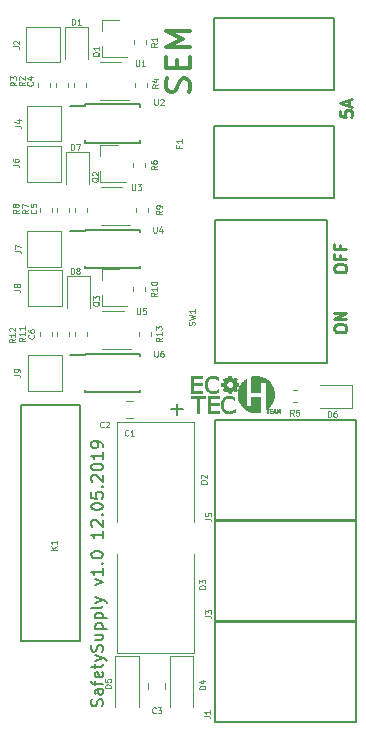
<source format=gto>
G04 #@! TF.GenerationSoftware,KiCad,Pcbnew,(5.0.2)-1*
G04 #@! TF.CreationDate,2019-05-12T18:04:46+02:00*
G04 #@! TF.ProjectId,SafetySupply,53616665-7479-4537-9570-706c792e6b69,rev?*
G04 #@! TF.SameCoordinates,Original*
G04 #@! TF.FileFunction,Legend,Top*
G04 #@! TF.FilePolarity,Positive*
%FSLAX46Y46*%
G04 Gerber Fmt 4.6, Leading zero omitted, Abs format (unit mm)*
G04 Created by KiCad (PCBNEW (5.0.2)-1) date 12.05.2019 18:04:46*
%MOMM*%
%LPD*%
G01*
G04 APERTURE LIST*
%ADD10C,0.200000*%
%ADD11C,0.300000*%
%ADD12C,0.250000*%
%ADD13C,0.010000*%
%ADD14C,0.150000*%
%ADD15C,0.120000*%
%ADD16C,0.100000*%
G04 APERTURE END LIST*
D10*
X143504761Y-119614285D02*
X143552380Y-119471428D01*
X143552380Y-119233333D01*
X143504761Y-119138095D01*
X143457142Y-119090476D01*
X143361904Y-119042857D01*
X143266666Y-119042857D01*
X143171428Y-119090476D01*
X143123809Y-119138095D01*
X143076190Y-119233333D01*
X143028571Y-119423809D01*
X142980952Y-119519047D01*
X142933333Y-119566666D01*
X142838095Y-119614285D01*
X142742857Y-119614285D01*
X142647619Y-119566666D01*
X142600000Y-119519047D01*
X142552380Y-119423809D01*
X142552380Y-119185714D01*
X142600000Y-119042857D01*
X143552380Y-118185714D02*
X143028571Y-118185714D01*
X142933333Y-118233333D01*
X142885714Y-118328571D01*
X142885714Y-118519047D01*
X142933333Y-118614285D01*
X143504761Y-118185714D02*
X143552380Y-118280952D01*
X143552380Y-118519047D01*
X143504761Y-118614285D01*
X143409523Y-118661904D01*
X143314285Y-118661904D01*
X143219047Y-118614285D01*
X143171428Y-118519047D01*
X143171428Y-118280952D01*
X143123809Y-118185714D01*
X142885714Y-117852380D02*
X142885714Y-117471428D01*
X143552380Y-117709523D02*
X142695238Y-117709523D01*
X142600000Y-117661904D01*
X142552380Y-117566666D01*
X142552380Y-117471428D01*
X143504761Y-116757142D02*
X143552380Y-116852380D01*
X143552380Y-117042857D01*
X143504761Y-117138095D01*
X143409523Y-117185714D01*
X143028571Y-117185714D01*
X142933333Y-117138095D01*
X142885714Y-117042857D01*
X142885714Y-116852380D01*
X142933333Y-116757142D01*
X143028571Y-116709523D01*
X143123809Y-116709523D01*
X143219047Y-117185714D01*
X142885714Y-116423809D02*
X142885714Y-116042857D01*
X142552380Y-116280952D02*
X143409523Y-116280952D01*
X143504761Y-116233333D01*
X143552380Y-116138095D01*
X143552380Y-116042857D01*
X142885714Y-115804761D02*
X143552380Y-115566666D01*
X142885714Y-115328571D02*
X143552380Y-115566666D01*
X143790476Y-115661904D01*
X143838095Y-115709523D01*
X143885714Y-115804761D01*
X143504761Y-114995238D02*
X143552380Y-114852380D01*
X143552380Y-114614285D01*
X143504761Y-114519047D01*
X143457142Y-114471428D01*
X143361904Y-114423809D01*
X143266666Y-114423809D01*
X143171428Y-114471428D01*
X143123809Y-114519047D01*
X143076190Y-114614285D01*
X143028571Y-114804761D01*
X142980952Y-114900000D01*
X142933333Y-114947619D01*
X142838095Y-114995238D01*
X142742857Y-114995238D01*
X142647619Y-114947619D01*
X142600000Y-114900000D01*
X142552380Y-114804761D01*
X142552380Y-114566666D01*
X142600000Y-114423809D01*
X142885714Y-113566666D02*
X143552380Y-113566666D01*
X142885714Y-113995238D02*
X143409523Y-113995238D01*
X143504761Y-113947619D01*
X143552380Y-113852380D01*
X143552380Y-113709523D01*
X143504761Y-113614285D01*
X143457142Y-113566666D01*
X142885714Y-113090476D02*
X143885714Y-113090476D01*
X142933333Y-113090476D02*
X142885714Y-112995238D01*
X142885714Y-112804761D01*
X142933333Y-112709523D01*
X142980952Y-112661904D01*
X143076190Y-112614285D01*
X143361904Y-112614285D01*
X143457142Y-112661904D01*
X143504761Y-112709523D01*
X143552380Y-112804761D01*
X143552380Y-112995238D01*
X143504761Y-113090476D01*
X142885714Y-112185714D02*
X143885714Y-112185714D01*
X142933333Y-112185714D02*
X142885714Y-112090476D01*
X142885714Y-111900000D01*
X142933333Y-111804761D01*
X142980952Y-111757142D01*
X143076190Y-111709523D01*
X143361904Y-111709523D01*
X143457142Y-111757142D01*
X143504761Y-111804761D01*
X143552380Y-111900000D01*
X143552380Y-112090476D01*
X143504761Y-112185714D01*
X143552380Y-111138095D02*
X143504761Y-111233333D01*
X143409523Y-111280952D01*
X142552380Y-111280952D01*
X142885714Y-110852380D02*
X143552380Y-110614285D01*
X142885714Y-110376190D02*
X143552380Y-110614285D01*
X143790476Y-110709523D01*
X143838095Y-110757142D01*
X143885714Y-110852380D01*
X142885714Y-109328571D02*
X143552380Y-109090476D01*
X142885714Y-108852380D01*
X143552380Y-107947619D02*
X143552380Y-108519047D01*
X143552380Y-108233333D02*
X142552380Y-108233333D01*
X142695238Y-108328571D01*
X142790476Y-108423809D01*
X142838095Y-108519047D01*
X143457142Y-107519047D02*
X143504761Y-107471428D01*
X143552380Y-107519047D01*
X143504761Y-107566666D01*
X143457142Y-107519047D01*
X143552380Y-107519047D01*
X142552380Y-106852380D02*
X142552380Y-106757142D01*
X142600000Y-106661904D01*
X142647619Y-106614285D01*
X142742857Y-106566666D01*
X142933333Y-106519047D01*
X143171428Y-106519047D01*
X143361904Y-106566666D01*
X143457142Y-106614285D01*
X143504761Y-106661904D01*
X143552380Y-106757142D01*
X143552380Y-106852380D01*
X143504761Y-106947619D01*
X143457142Y-106995238D01*
X143361904Y-107042857D01*
X143171428Y-107090476D01*
X142933333Y-107090476D01*
X142742857Y-107042857D01*
X142647619Y-106995238D01*
X142600000Y-106947619D01*
X142552380Y-106852380D01*
X143552380Y-104804761D02*
X143552380Y-105376190D01*
X143552380Y-105090476D02*
X142552380Y-105090476D01*
X142695238Y-105185714D01*
X142790476Y-105280952D01*
X142838095Y-105376190D01*
X142647619Y-104423809D02*
X142600000Y-104376190D01*
X142552380Y-104280952D01*
X142552380Y-104042857D01*
X142600000Y-103947619D01*
X142647619Y-103900000D01*
X142742857Y-103852380D01*
X142838095Y-103852380D01*
X142980952Y-103900000D01*
X143552380Y-104471428D01*
X143552380Y-103852380D01*
X143457142Y-103423809D02*
X143504761Y-103376190D01*
X143552380Y-103423809D01*
X143504761Y-103471428D01*
X143457142Y-103423809D01*
X143552380Y-103423809D01*
X142552380Y-102757142D02*
X142552380Y-102661904D01*
X142600000Y-102566666D01*
X142647619Y-102519047D01*
X142742857Y-102471428D01*
X142933333Y-102423809D01*
X143171428Y-102423809D01*
X143361904Y-102471428D01*
X143457142Y-102519047D01*
X143504761Y-102566666D01*
X143552380Y-102661904D01*
X143552380Y-102757142D01*
X143504761Y-102852380D01*
X143457142Y-102900000D01*
X143361904Y-102947619D01*
X143171428Y-102995238D01*
X142933333Y-102995238D01*
X142742857Y-102947619D01*
X142647619Y-102900000D01*
X142600000Y-102852380D01*
X142552380Y-102757142D01*
X142552380Y-101519047D02*
X142552380Y-101995238D01*
X143028571Y-102042857D01*
X142980952Y-101995238D01*
X142933333Y-101900000D01*
X142933333Y-101661904D01*
X142980952Y-101566666D01*
X143028571Y-101519047D01*
X143123809Y-101471428D01*
X143361904Y-101471428D01*
X143457142Y-101519047D01*
X143504761Y-101566666D01*
X143552380Y-101661904D01*
X143552380Y-101900000D01*
X143504761Y-101995238D01*
X143457142Y-102042857D01*
X143457142Y-101042857D02*
X143504761Y-100995238D01*
X143552380Y-101042857D01*
X143504761Y-101090476D01*
X143457142Y-101042857D01*
X143552380Y-101042857D01*
X142647619Y-100614285D02*
X142600000Y-100566666D01*
X142552380Y-100471428D01*
X142552380Y-100233333D01*
X142600000Y-100138095D01*
X142647619Y-100090476D01*
X142742857Y-100042857D01*
X142838095Y-100042857D01*
X142980952Y-100090476D01*
X143552380Y-100661904D01*
X143552380Y-100042857D01*
X142552380Y-99423809D02*
X142552380Y-99328571D01*
X142600000Y-99233333D01*
X142647619Y-99185714D01*
X142742857Y-99138095D01*
X142933333Y-99090476D01*
X143171428Y-99090476D01*
X143361904Y-99138095D01*
X143457142Y-99185714D01*
X143504761Y-99233333D01*
X143552380Y-99328571D01*
X143552380Y-99423809D01*
X143504761Y-99519047D01*
X143457142Y-99566666D01*
X143361904Y-99614285D01*
X143171428Y-99661904D01*
X142933333Y-99661904D01*
X142742857Y-99614285D01*
X142647619Y-99566666D01*
X142600000Y-99519047D01*
X142552380Y-99423809D01*
X143552380Y-98138095D02*
X143552380Y-98709523D01*
X143552380Y-98423809D02*
X142552380Y-98423809D01*
X142695238Y-98519047D01*
X142790476Y-98614285D01*
X142838095Y-98709523D01*
X143552380Y-97661904D02*
X143552380Y-97471428D01*
X143504761Y-97376190D01*
X143457142Y-97328571D01*
X143314285Y-97233333D01*
X143123809Y-97185714D01*
X142742857Y-97185714D01*
X142647619Y-97233333D01*
X142600000Y-97280952D01*
X142552380Y-97376190D01*
X142552380Y-97566666D01*
X142600000Y-97661904D01*
X142647619Y-97709523D01*
X142742857Y-97757142D01*
X142980952Y-97757142D01*
X143076190Y-97709523D01*
X143123809Y-97661904D01*
X143171428Y-97566666D01*
X143171428Y-97376190D01*
X143123809Y-97280952D01*
X143076190Y-97233333D01*
X142980952Y-97185714D01*
D11*
X150809523Y-67619047D02*
X150904761Y-67333333D01*
X150904761Y-66857142D01*
X150809523Y-66666666D01*
X150714285Y-66571428D01*
X150523809Y-66476190D01*
X150333333Y-66476190D01*
X150142857Y-66571428D01*
X150047619Y-66666666D01*
X149952380Y-66857142D01*
X149857142Y-67238095D01*
X149761904Y-67428571D01*
X149666666Y-67523809D01*
X149476190Y-67619047D01*
X149285714Y-67619047D01*
X149095238Y-67523809D01*
X149000000Y-67428571D01*
X148904761Y-67238095D01*
X148904761Y-66761904D01*
X149000000Y-66476190D01*
X149857142Y-65619047D02*
X149857142Y-64952380D01*
X150904761Y-64666666D02*
X150904761Y-65619047D01*
X148904761Y-65619047D01*
X148904761Y-64666666D01*
X150904761Y-63809523D02*
X148904761Y-63809523D01*
X150333333Y-63142857D01*
X148904761Y-62476190D01*
X150904761Y-62476190D01*
D12*
X163152380Y-82652380D02*
X163152380Y-82461904D01*
X163200000Y-82366666D01*
X163295238Y-82271428D01*
X163485714Y-82223809D01*
X163819047Y-82223809D01*
X164009523Y-82271428D01*
X164104761Y-82366666D01*
X164152380Y-82461904D01*
X164152380Y-82652380D01*
X164104761Y-82747619D01*
X164009523Y-82842857D01*
X163819047Y-82890476D01*
X163485714Y-82890476D01*
X163295238Y-82842857D01*
X163200000Y-82747619D01*
X163152380Y-82652380D01*
X163628571Y-81461904D02*
X163628571Y-81795238D01*
X164152380Y-81795238D02*
X163152380Y-81795238D01*
X163152380Y-81319047D01*
X163628571Y-80604761D02*
X163628571Y-80938095D01*
X164152380Y-80938095D02*
X163152380Y-80938095D01*
X163152380Y-80461904D01*
X163152380Y-87719047D02*
X163152380Y-87528571D01*
X163200000Y-87433333D01*
X163295238Y-87338095D01*
X163485714Y-87290476D01*
X163819047Y-87290476D01*
X164009523Y-87338095D01*
X164104761Y-87433333D01*
X164152380Y-87528571D01*
X164152380Y-87719047D01*
X164104761Y-87814285D01*
X164009523Y-87909523D01*
X163819047Y-87957142D01*
X163485714Y-87957142D01*
X163295238Y-87909523D01*
X163200000Y-87814285D01*
X163152380Y-87719047D01*
X164152380Y-86861904D02*
X163152380Y-86861904D01*
X164152380Y-86290476D01*
X163152380Y-86290476D01*
X163652380Y-69190476D02*
X163652380Y-69666666D01*
X164128571Y-69714285D01*
X164080952Y-69666666D01*
X164033333Y-69571428D01*
X164033333Y-69333333D01*
X164080952Y-69238095D01*
X164128571Y-69190476D01*
X164223809Y-69142857D01*
X164461904Y-69142857D01*
X164557142Y-69190476D01*
X164604761Y-69238095D01*
X164652380Y-69333333D01*
X164652380Y-69571428D01*
X164604761Y-69666666D01*
X164557142Y-69714285D01*
X164366666Y-68761904D02*
X164366666Y-68285714D01*
X164652380Y-68857142D02*
X163652380Y-68523809D01*
X164652380Y-68190476D01*
D13*
G04 #@! TO.C,*
G36*
X154284660Y-93352401D02*
X154362321Y-93359881D01*
X154430375Y-93372896D01*
X154432996Y-93373579D01*
X154463499Y-93382598D01*
X154502237Y-93395444D01*
X154545255Y-93410644D01*
X154588596Y-93426725D01*
X154628305Y-93442215D01*
X154660428Y-93455639D01*
X154681007Y-93465526D01*
X154682886Y-93466633D01*
X154687691Y-93474649D01*
X154690615Y-93492930D01*
X154691817Y-93523579D01*
X154691459Y-93568699D01*
X154691289Y-93576502D01*
X154688900Y-93679703D01*
X154629633Y-93636108D01*
X154555522Y-93588262D01*
X154474551Y-93547584D01*
X154393358Y-93517267D01*
X154367929Y-93510152D01*
X154307824Y-93499105D01*
X154240768Y-93493719D01*
X154173130Y-93494075D01*
X154111278Y-93500253D01*
X154080522Y-93506546D01*
X154001065Y-93535359D01*
X153930374Y-93578031D01*
X153868990Y-93633617D01*
X153817453Y-93701176D01*
X153776302Y-93779765D01*
X153746078Y-93868440D01*
X153727320Y-93966261D01*
X153720568Y-94072283D01*
X153722091Y-94132367D01*
X153734358Y-94241294D01*
X153758357Y-94339192D01*
X153793777Y-94425633D01*
X153840309Y-94500187D01*
X153897643Y-94562427D01*
X153965467Y-94611923D01*
X154043472Y-94648247D01*
X154108933Y-94666687D01*
X154168005Y-94674555D01*
X154235861Y-94676032D01*
X154305699Y-94671346D01*
X154370715Y-94660722D01*
X154384100Y-94657507D01*
X154441297Y-94638296D01*
X154504421Y-94609532D01*
X154567883Y-94574081D01*
X154626097Y-94534807D01*
X154631750Y-94530523D01*
X154693133Y-94483424D01*
X154693133Y-94692893D01*
X154635983Y-94719031D01*
X154572512Y-94746949D01*
X154517844Y-94768257D01*
X154466245Y-94785029D01*
X154418463Y-94797773D01*
X154371575Y-94806580D01*
X154314575Y-94813257D01*
X154252927Y-94817529D01*
X154192094Y-94819121D01*
X154137539Y-94817758D01*
X154098891Y-94813869D01*
X154006275Y-94794741D01*
X153926102Y-94768047D01*
X153854936Y-94732106D01*
X153789344Y-94685239D01*
X153736400Y-94636560D01*
X153680697Y-94574887D01*
X153640947Y-94518512D01*
X153633246Y-94504755D01*
X153595846Y-94418268D01*
X153568251Y-94321183D01*
X153550651Y-94216837D01*
X153543233Y-94108571D01*
X153546189Y-93999722D01*
X153559705Y-93893630D01*
X153583972Y-93793633D01*
X153591662Y-93770202D01*
X153633226Y-93674846D01*
X153687599Y-93590252D01*
X153753957Y-93517142D01*
X153831475Y-93456236D01*
X153919330Y-93408254D01*
X154016697Y-93373915D01*
X154055840Y-93364631D01*
X154125238Y-93354629D01*
X154203572Y-93350601D01*
X154284660Y-93352401D01*
X154284660Y-93352401D01*
G37*
X154284660Y-93352401D02*
X154362321Y-93359881D01*
X154430375Y-93372896D01*
X154432996Y-93373579D01*
X154463499Y-93382598D01*
X154502237Y-93395444D01*
X154545255Y-93410644D01*
X154588596Y-93426725D01*
X154628305Y-93442215D01*
X154660428Y-93455639D01*
X154681007Y-93465526D01*
X154682886Y-93466633D01*
X154687691Y-93474649D01*
X154690615Y-93492930D01*
X154691817Y-93523579D01*
X154691459Y-93568699D01*
X154691289Y-93576502D01*
X154688900Y-93679703D01*
X154629633Y-93636108D01*
X154555522Y-93588262D01*
X154474551Y-93547584D01*
X154393358Y-93517267D01*
X154367929Y-93510152D01*
X154307824Y-93499105D01*
X154240768Y-93493719D01*
X154173130Y-93494075D01*
X154111278Y-93500253D01*
X154080522Y-93506546D01*
X154001065Y-93535359D01*
X153930374Y-93578031D01*
X153868990Y-93633617D01*
X153817453Y-93701176D01*
X153776302Y-93779765D01*
X153746078Y-93868440D01*
X153727320Y-93966261D01*
X153720568Y-94072283D01*
X153722091Y-94132367D01*
X153734358Y-94241294D01*
X153758357Y-94339192D01*
X153793777Y-94425633D01*
X153840309Y-94500187D01*
X153897643Y-94562427D01*
X153965467Y-94611923D01*
X154043472Y-94648247D01*
X154108933Y-94666687D01*
X154168005Y-94674555D01*
X154235861Y-94676032D01*
X154305699Y-94671346D01*
X154370715Y-94660722D01*
X154384100Y-94657507D01*
X154441297Y-94638296D01*
X154504421Y-94609532D01*
X154567883Y-94574081D01*
X154626097Y-94534807D01*
X154631750Y-94530523D01*
X154693133Y-94483424D01*
X154693133Y-94692893D01*
X154635983Y-94719031D01*
X154572512Y-94746949D01*
X154517844Y-94768257D01*
X154466245Y-94785029D01*
X154418463Y-94797773D01*
X154371575Y-94806580D01*
X154314575Y-94813257D01*
X154252927Y-94817529D01*
X154192094Y-94819121D01*
X154137539Y-94817758D01*
X154098891Y-94813869D01*
X154006275Y-94794741D01*
X153926102Y-94768047D01*
X153854936Y-94732106D01*
X153789344Y-94685239D01*
X153736400Y-94636560D01*
X153680697Y-94574887D01*
X153640947Y-94518512D01*
X153633246Y-94504755D01*
X153595846Y-94418268D01*
X153568251Y-94321183D01*
X153550651Y-94216837D01*
X153543233Y-94108571D01*
X153546189Y-93999722D01*
X153559705Y-93893630D01*
X153583972Y-93793633D01*
X153591662Y-93770202D01*
X153633226Y-93674846D01*
X153687599Y-93590252D01*
X153753957Y-93517142D01*
X153831475Y-93456236D01*
X153919330Y-93408254D01*
X154016697Y-93373915D01*
X154055840Y-93364631D01*
X154125238Y-93354629D01*
X154203572Y-93350601D01*
X154284660Y-93352401D01*
G36*
X156562700Y-91669071D02*
X156710326Y-91682869D01*
X156855212Y-91709795D01*
X156994199Y-91749695D01*
X156995401Y-91750108D01*
X157054411Y-91772869D01*
X157121757Y-91802846D01*
X157192673Y-91837596D01*
X157262397Y-91874673D01*
X157326166Y-91911632D01*
X157379215Y-91946028D01*
X157384855Y-91950025D01*
X157485887Y-92029880D01*
X157583712Y-92121356D01*
X157674608Y-92220504D01*
X157754851Y-92323380D01*
X157798200Y-92388233D01*
X157875997Y-92528563D01*
X157938111Y-92673934D01*
X157984616Y-92823185D01*
X158015584Y-92975154D01*
X158031090Y-93128680D01*
X158031207Y-93282602D01*
X158016007Y-93435758D01*
X157985566Y-93586987D01*
X157939955Y-93735127D01*
X157879249Y-93879018D01*
X157803522Y-94017497D01*
X157712845Y-94149404D01*
X157684547Y-94185297D01*
X157635967Y-94241540D01*
X157581363Y-94298763D01*
X157524855Y-94352969D01*
X157470563Y-94400164D01*
X157433351Y-94428862D01*
X157409713Y-94446634D01*
X157392698Y-94460994D01*
X157385944Y-94468869D01*
X157385939Y-94468917D01*
X157393745Y-94471211D01*
X157415449Y-94473136D01*
X157448019Y-94474527D01*
X157488421Y-94475219D01*
X157502655Y-94475267D01*
X157550138Y-94475525D01*
X157583132Y-94476477D01*
X157604074Y-94478388D01*
X157615406Y-94481520D01*
X157619564Y-94486140D01*
X157619778Y-94487967D01*
X157616224Y-94494949D01*
X157603477Y-94498903D01*
X157578402Y-94500518D01*
X157562117Y-94500667D01*
X157504457Y-94500667D01*
X157502145Y-94650841D01*
X157501112Y-94705604D01*
X157499797Y-94745663D01*
X157497976Y-94773245D01*
X157495423Y-94790580D01*
X157491913Y-94799896D01*
X157487221Y-94803422D01*
X157486720Y-94803534D01*
X157471668Y-94802484D01*
X157467670Y-94800115D01*
X157465731Y-94790093D01*
X157464058Y-94766009D01*
X157462761Y-94730736D01*
X157461953Y-94687143D01*
X157461733Y-94647422D01*
X157461733Y-94500667D01*
X157323467Y-94500667D01*
X157329009Y-93349200D01*
X157334552Y-92197733D01*
X156886000Y-92197733D01*
X156884025Y-92538516D01*
X156883584Y-92615412D01*
X156883170Y-92689140D01*
X156882795Y-92757493D01*
X156882471Y-92818261D01*
X156882208Y-92869237D01*
X156882020Y-92908211D01*
X156881918Y-92932975D01*
X156881908Y-92936464D01*
X156881766Y-92993629D01*
X156490183Y-92993614D01*
X156098600Y-92993600D01*
X156098600Y-91717143D01*
X156134949Y-91707991D01*
X156271854Y-91681477D01*
X156415490Y-91668556D01*
X156562700Y-91669071D01*
X156562700Y-91669071D01*
G37*
X156562700Y-91669071D02*
X156710326Y-91682869D01*
X156855212Y-91709795D01*
X156994199Y-91749695D01*
X156995401Y-91750108D01*
X157054411Y-91772869D01*
X157121757Y-91802846D01*
X157192673Y-91837596D01*
X157262397Y-91874673D01*
X157326166Y-91911632D01*
X157379215Y-91946028D01*
X157384855Y-91950025D01*
X157485887Y-92029880D01*
X157583712Y-92121356D01*
X157674608Y-92220504D01*
X157754851Y-92323380D01*
X157798200Y-92388233D01*
X157875997Y-92528563D01*
X157938111Y-92673934D01*
X157984616Y-92823185D01*
X158015584Y-92975154D01*
X158031090Y-93128680D01*
X158031207Y-93282602D01*
X158016007Y-93435758D01*
X157985566Y-93586987D01*
X157939955Y-93735127D01*
X157879249Y-93879018D01*
X157803522Y-94017497D01*
X157712845Y-94149404D01*
X157684547Y-94185297D01*
X157635967Y-94241540D01*
X157581363Y-94298763D01*
X157524855Y-94352969D01*
X157470563Y-94400164D01*
X157433351Y-94428862D01*
X157409713Y-94446634D01*
X157392698Y-94460994D01*
X157385944Y-94468869D01*
X157385939Y-94468917D01*
X157393745Y-94471211D01*
X157415449Y-94473136D01*
X157448019Y-94474527D01*
X157488421Y-94475219D01*
X157502655Y-94475267D01*
X157550138Y-94475525D01*
X157583132Y-94476477D01*
X157604074Y-94478388D01*
X157615406Y-94481520D01*
X157619564Y-94486140D01*
X157619778Y-94487967D01*
X157616224Y-94494949D01*
X157603477Y-94498903D01*
X157578402Y-94500518D01*
X157562117Y-94500667D01*
X157504457Y-94500667D01*
X157502145Y-94650841D01*
X157501112Y-94705604D01*
X157499797Y-94745663D01*
X157497976Y-94773245D01*
X157495423Y-94790580D01*
X157491913Y-94799896D01*
X157487221Y-94803422D01*
X157486720Y-94803534D01*
X157471668Y-94802484D01*
X157467670Y-94800115D01*
X157465731Y-94790093D01*
X157464058Y-94766009D01*
X157462761Y-94730736D01*
X157461953Y-94687143D01*
X157461733Y-94647422D01*
X157461733Y-94500667D01*
X157323467Y-94500667D01*
X157329009Y-93349200D01*
X157334552Y-92197733D01*
X156886000Y-92197733D01*
X156884025Y-92538516D01*
X156883584Y-92615412D01*
X156883170Y-92689140D01*
X156882795Y-92757493D01*
X156882471Y-92818261D01*
X156882208Y-92869237D01*
X156882020Y-92908211D01*
X156881918Y-92932975D01*
X156881908Y-92936464D01*
X156881766Y-92993629D01*
X156490183Y-92993614D01*
X156098600Y-92993600D01*
X156098600Y-91717143D01*
X156134949Y-91707991D01*
X156271854Y-91681477D01*
X156415490Y-91668556D01*
X156562700Y-91669071D01*
G36*
X157824065Y-94475566D02*
X157854517Y-94476669D01*
X157873137Y-94478881D01*
X157882471Y-94482508D01*
X157885066Y-94487854D01*
X157885066Y-94487967D01*
X157882341Y-94493766D01*
X157872342Y-94497539D01*
X157852337Y-94499675D01*
X157819591Y-94500566D01*
X157796166Y-94500667D01*
X157707266Y-94500667D01*
X157707266Y-94610733D01*
X157791933Y-94610733D01*
X157831415Y-94611153D01*
X157856763Y-94612690D01*
X157870763Y-94615764D01*
X157876199Y-94620790D01*
X157876600Y-94623433D01*
X157873802Y-94629355D01*
X157863552Y-94633158D01*
X157843064Y-94635258D01*
X157809553Y-94636073D01*
X157791933Y-94636133D01*
X157707266Y-94636133D01*
X157707266Y-94771600D01*
X157796787Y-94771600D01*
X157836669Y-94771852D01*
X157862453Y-94772931D01*
X157876973Y-94775321D01*
X157883061Y-94779507D01*
X157883549Y-94785972D01*
X157883468Y-94786417D01*
X157880421Y-94792734D01*
X157872272Y-94797132D01*
X157856235Y-94800062D01*
X157829526Y-94801972D01*
X157789357Y-94803314D01*
X157777013Y-94803610D01*
X157673400Y-94805988D01*
X157673400Y-94475267D01*
X157779233Y-94475267D01*
X157824065Y-94475566D01*
X157824065Y-94475566D01*
G37*
X157824065Y-94475566D02*
X157854517Y-94476669D01*
X157873137Y-94478881D01*
X157882471Y-94482508D01*
X157885066Y-94487854D01*
X157885066Y-94487967D01*
X157882341Y-94493766D01*
X157872342Y-94497539D01*
X157852337Y-94499675D01*
X157819591Y-94500566D01*
X157796166Y-94500667D01*
X157707266Y-94500667D01*
X157707266Y-94610733D01*
X157791933Y-94610733D01*
X157831415Y-94611153D01*
X157856763Y-94612690D01*
X157870763Y-94615764D01*
X157876199Y-94620790D01*
X157876600Y-94623433D01*
X157873802Y-94629355D01*
X157863552Y-94633158D01*
X157843064Y-94635258D01*
X157809553Y-94636073D01*
X157791933Y-94636133D01*
X157707266Y-94636133D01*
X157707266Y-94771600D01*
X157796787Y-94771600D01*
X157836669Y-94771852D01*
X157862453Y-94772931D01*
X157876973Y-94775321D01*
X157883061Y-94779507D01*
X157883549Y-94785972D01*
X157883468Y-94786417D01*
X157880421Y-94792734D01*
X157872272Y-94797132D01*
X157856235Y-94800062D01*
X157829526Y-94801972D01*
X157789357Y-94803314D01*
X157777013Y-94803610D01*
X157673400Y-94805988D01*
X157673400Y-94475267D01*
X157779233Y-94475267D01*
X157824065Y-94475566D01*
G36*
X158143447Y-94633115D02*
X158161637Y-94681888D01*
X158177843Y-94725277D01*
X158191125Y-94760770D01*
X158200542Y-94785851D01*
X158205151Y-94798005D01*
X158205389Y-94798605D01*
X158200528Y-94803832D01*
X158188403Y-94805467D01*
X158176137Y-94802760D01*
X158166304Y-94792273D01*
X158156179Y-94770449D01*
X158151089Y-94756783D01*
X158133583Y-94708100D01*
X157984280Y-94708100D01*
X157966898Y-94756783D01*
X157954337Y-94786836D01*
X157942898Y-94802249D01*
X157934225Y-94805467D01*
X157921643Y-94800660D01*
X157919404Y-94794883D01*
X157922406Y-94783956D01*
X157930482Y-94759841D01*
X157942700Y-94725182D01*
X157958125Y-94682623D01*
X157962382Y-94671123D01*
X157997856Y-94671123D01*
X158003154Y-94675566D01*
X158018206Y-94677748D01*
X158046089Y-94678436D01*
X158058633Y-94678467D01*
X158091430Y-94678102D01*
X158110380Y-94676496D01*
X158118563Y-94672881D01*
X158119061Y-94666489D01*
X158118068Y-94663650D01*
X158112591Y-94649217D01*
X158103063Y-94623531D01*
X158091211Y-94591258D01*
X158086566Y-94578535D01*
X158074922Y-94547678D01*
X158065371Y-94524382D01*
X158059350Y-94512059D01*
X158058157Y-94511020D01*
X158054138Y-94519691D01*
X158045826Y-94540406D01*
X158034753Y-94569310D01*
X158030258Y-94581319D01*
X158017978Y-94614207D01*
X158007422Y-94642258D01*
X158000395Y-94660682D01*
X157999232Y-94663650D01*
X157997856Y-94671123D01*
X157962382Y-94671123D01*
X157975826Y-94634808D01*
X157976914Y-94631900D01*
X157996738Y-94579187D01*
X158011822Y-94540231D01*
X158023297Y-94512907D01*
X158032291Y-94495087D01*
X158039932Y-94484644D01*
X158047350Y-94479453D01*
X158055673Y-94477386D01*
X158059141Y-94476994D01*
X158084327Y-94474487D01*
X158143447Y-94633115D01*
X158143447Y-94633115D01*
G37*
X158143447Y-94633115D02*
X158161637Y-94681888D01*
X158177843Y-94725277D01*
X158191125Y-94760770D01*
X158200542Y-94785851D01*
X158205151Y-94798005D01*
X158205389Y-94798605D01*
X158200528Y-94803832D01*
X158188403Y-94805467D01*
X158176137Y-94802760D01*
X158166304Y-94792273D01*
X158156179Y-94770449D01*
X158151089Y-94756783D01*
X158133583Y-94708100D01*
X157984280Y-94708100D01*
X157966898Y-94756783D01*
X157954337Y-94786836D01*
X157942898Y-94802249D01*
X157934225Y-94805467D01*
X157921643Y-94800660D01*
X157919404Y-94794883D01*
X157922406Y-94783956D01*
X157930482Y-94759841D01*
X157942700Y-94725182D01*
X157958125Y-94682623D01*
X157962382Y-94671123D01*
X157997856Y-94671123D01*
X158003154Y-94675566D01*
X158018206Y-94677748D01*
X158046089Y-94678436D01*
X158058633Y-94678467D01*
X158091430Y-94678102D01*
X158110380Y-94676496D01*
X158118563Y-94672881D01*
X158119061Y-94666489D01*
X158118068Y-94663650D01*
X158112591Y-94649217D01*
X158103063Y-94623531D01*
X158091211Y-94591258D01*
X158086566Y-94578535D01*
X158074922Y-94547678D01*
X158065371Y-94524382D01*
X158059350Y-94512059D01*
X158058157Y-94511020D01*
X158054138Y-94519691D01*
X158045826Y-94540406D01*
X158034753Y-94569310D01*
X158030258Y-94581319D01*
X158017978Y-94614207D01*
X158007422Y-94642258D01*
X158000395Y-94660682D01*
X157999232Y-94663650D01*
X157997856Y-94671123D01*
X157962382Y-94671123D01*
X157975826Y-94634808D01*
X157976914Y-94631900D01*
X157996738Y-94579187D01*
X158011822Y-94540231D01*
X158023297Y-94512907D01*
X158032291Y-94495087D01*
X158039932Y-94484644D01*
X158047350Y-94479453D01*
X158055673Y-94477386D01*
X158059141Y-94476994D01*
X158084327Y-94474487D01*
X158143447Y-94633115D01*
G36*
X158291720Y-94476465D02*
X158301006Y-94481729D01*
X158310916Y-94493564D01*
X158323322Y-94514474D01*
X158340093Y-94546963D01*
X158350733Y-94568400D01*
X158368703Y-94604067D01*
X158384201Y-94633422D01*
X158395631Y-94653542D01*
X158401402Y-94661506D01*
X158401533Y-94661533D01*
X158406913Y-94654393D01*
X158418049Y-94634920D01*
X158433347Y-94606037D01*
X158451214Y-94570666D01*
X158452333Y-94568400D01*
X158471997Y-94529162D01*
X158486358Y-94502759D01*
X158497286Y-94486686D01*
X158506651Y-94478440D01*
X158516323Y-94475516D01*
X158521876Y-94475267D01*
X158545467Y-94475267D01*
X158545467Y-94640367D01*
X158545394Y-94697076D01*
X158545026Y-94739061D01*
X158544140Y-94768530D01*
X158542512Y-94787690D01*
X158539917Y-94798751D01*
X158536132Y-94803921D01*
X158530933Y-94805408D01*
X158528733Y-94805467D01*
X158522651Y-94804625D01*
X158518192Y-94800534D01*
X158515051Y-94790848D01*
X158512920Y-94773219D01*
X158511491Y-94745299D01*
X158510459Y-94704741D01*
X158509683Y-94659821D01*
X158507367Y-94514176D01*
X158459004Y-94613255D01*
X158440330Y-94650214D01*
X158423616Y-94680911D01*
X158410505Y-94702490D01*
X158402643Y-94712096D01*
X158401923Y-94712333D01*
X158395068Y-94705192D01*
X158382469Y-94685648D01*
X158365802Y-94656519D01*
X158346742Y-94620624D01*
X158342774Y-94612850D01*
X158292345Y-94513367D01*
X158291906Y-94659417D01*
X158291659Y-94712300D01*
X158291099Y-94750598D01*
X158289948Y-94776657D01*
X158287925Y-94792826D01*
X158284751Y-94801452D01*
X158280148Y-94804882D01*
X158274533Y-94805467D01*
X158268718Y-94804788D01*
X158264413Y-94801278D01*
X158261391Y-94792727D01*
X158259426Y-94776927D01*
X158258291Y-94751667D01*
X158257761Y-94714738D01*
X158257607Y-94663930D01*
X158257600Y-94640367D01*
X158257600Y-94475267D01*
X158281190Y-94475267D01*
X158291720Y-94476465D01*
X158291720Y-94476465D01*
G37*
X158291720Y-94476465D02*
X158301006Y-94481729D01*
X158310916Y-94493564D01*
X158323322Y-94514474D01*
X158340093Y-94546963D01*
X158350733Y-94568400D01*
X158368703Y-94604067D01*
X158384201Y-94633422D01*
X158395631Y-94653542D01*
X158401402Y-94661506D01*
X158401533Y-94661533D01*
X158406913Y-94654393D01*
X158418049Y-94634920D01*
X158433347Y-94606037D01*
X158451214Y-94570666D01*
X158452333Y-94568400D01*
X158471997Y-94529162D01*
X158486358Y-94502759D01*
X158497286Y-94486686D01*
X158506651Y-94478440D01*
X158516323Y-94475516D01*
X158521876Y-94475267D01*
X158545467Y-94475267D01*
X158545467Y-94640367D01*
X158545394Y-94697076D01*
X158545026Y-94739061D01*
X158544140Y-94768530D01*
X158542512Y-94787690D01*
X158539917Y-94798751D01*
X158536132Y-94803921D01*
X158530933Y-94805408D01*
X158528733Y-94805467D01*
X158522651Y-94804625D01*
X158518192Y-94800534D01*
X158515051Y-94790848D01*
X158512920Y-94773219D01*
X158511491Y-94745299D01*
X158510459Y-94704741D01*
X158509683Y-94659821D01*
X158507367Y-94514176D01*
X158459004Y-94613255D01*
X158440330Y-94650214D01*
X158423616Y-94680911D01*
X158410505Y-94702490D01*
X158402643Y-94712096D01*
X158401923Y-94712333D01*
X158395068Y-94705192D01*
X158382469Y-94685648D01*
X158365802Y-94656519D01*
X158346742Y-94620624D01*
X158342774Y-94612850D01*
X158292345Y-94513367D01*
X158291906Y-94659417D01*
X158291659Y-94712300D01*
X158291099Y-94750598D01*
X158289948Y-94776657D01*
X158287925Y-94792826D01*
X158284751Y-94801452D01*
X158280148Y-94804882D01*
X158274533Y-94805467D01*
X158268718Y-94804788D01*
X158264413Y-94801278D01*
X158261391Y-94792727D01*
X158259426Y-94776927D01*
X158258291Y-94751667D01*
X158257761Y-94714738D01*
X158257607Y-94663930D01*
X158257600Y-94640367D01*
X158257600Y-94475267D01*
X158281190Y-94475267D01*
X158291720Y-94476465D01*
G36*
X152229333Y-93518533D02*
X151721333Y-93518533D01*
X151721333Y-94797000D01*
X151543533Y-94797000D01*
X151543533Y-93518533D01*
X151039766Y-93518533D01*
X151039766Y-93374600D01*
X152229333Y-93374600D01*
X152229333Y-93518533D01*
X152229333Y-93518533D01*
G37*
X152229333Y-93518533D02*
X151721333Y-93518533D01*
X151721333Y-94797000D01*
X151543533Y-94797000D01*
X151543533Y-93518533D01*
X151039766Y-93518533D01*
X151039766Y-93374600D01*
X152229333Y-93374600D01*
X152229333Y-93518533D01*
G36*
X153355400Y-93518533D02*
X152601867Y-93518533D01*
X152601867Y-93941867D01*
X153338467Y-93941867D01*
X153338467Y-94094267D01*
X152601867Y-94094267D01*
X152601867Y-94644600D01*
X153355400Y-94644600D01*
X153355400Y-94797000D01*
X152432533Y-94797000D01*
X152432533Y-93374600D01*
X153355400Y-93374600D01*
X153355400Y-93518533D01*
X153355400Y-93518533D01*
G37*
X153355400Y-93518533D02*
X152601867Y-93518533D01*
X152601867Y-93941867D01*
X153338467Y-93941867D01*
X153338467Y-94094267D01*
X152601867Y-94094267D01*
X152601867Y-94644600D01*
X153355400Y-94644600D01*
X153355400Y-94797000D01*
X152432533Y-94797000D01*
X152432533Y-93374600D01*
X153355400Y-93374600D01*
X153355400Y-93518533D01*
G36*
X155647780Y-93068478D02*
X155649927Y-94221267D01*
X156098600Y-94221267D01*
X156098600Y-93442333D01*
X156877533Y-93442333D01*
X156877533Y-94702509D01*
X156820383Y-94715322D01*
X156732703Y-94731367D01*
X156636085Y-94742849D01*
X156536882Y-94749334D01*
X156441448Y-94750387D01*
X156365300Y-94746446D01*
X156201739Y-94723687D01*
X156044763Y-94685380D01*
X155894716Y-94631689D01*
X155751938Y-94562777D01*
X155616774Y-94478807D01*
X155489564Y-94379944D01*
X155378933Y-94275023D01*
X155291757Y-94177407D01*
X155217098Y-94077909D01*
X155150950Y-93970948D01*
X155121639Y-93916467D01*
X155054677Y-93768799D01*
X155003998Y-93617680D01*
X154969541Y-93464090D01*
X154951247Y-93309012D01*
X154949055Y-93153428D01*
X154962906Y-92998318D01*
X154992739Y-92844666D01*
X155038495Y-92693451D01*
X155100113Y-92545658D01*
X155177533Y-92402266D01*
X155218112Y-92338539D01*
X155265078Y-92274479D01*
X155322711Y-92205675D01*
X155387185Y-92136137D01*
X155454671Y-92069875D01*
X155521343Y-92010899D01*
X155560512Y-91979811D01*
X155645633Y-91915690D01*
X155647780Y-93068478D01*
X155647780Y-93068478D01*
G37*
X155647780Y-93068478D02*
X155649927Y-94221267D01*
X156098600Y-94221267D01*
X156098600Y-93442333D01*
X156877533Y-93442333D01*
X156877533Y-94702509D01*
X156820383Y-94715322D01*
X156732703Y-94731367D01*
X156636085Y-94742849D01*
X156536882Y-94749334D01*
X156441448Y-94750387D01*
X156365300Y-94746446D01*
X156201739Y-94723687D01*
X156044763Y-94685380D01*
X155894716Y-94631689D01*
X155751938Y-94562777D01*
X155616774Y-94478807D01*
X155489564Y-94379944D01*
X155378933Y-94275023D01*
X155291757Y-94177407D01*
X155217098Y-94077909D01*
X155150950Y-93970948D01*
X155121639Y-93916467D01*
X155054677Y-93768799D01*
X155003998Y-93617680D01*
X154969541Y-93464090D01*
X154951247Y-93309012D01*
X154949055Y-93153428D01*
X154962906Y-92998318D01*
X154992739Y-92844666D01*
X155038495Y-92693451D01*
X155100113Y-92545658D01*
X155177533Y-92402266D01*
X155218112Y-92338539D01*
X155265078Y-92274479D01*
X155322711Y-92205675D01*
X155387185Y-92136137D01*
X155454671Y-92069875D01*
X155521343Y-92010899D01*
X155560512Y-91979811D01*
X155645633Y-91915690D01*
X155647780Y-93068478D01*
G36*
X151975333Y-91816733D02*
X151595744Y-91816733D01*
X151517247Y-91816809D01*
X151444077Y-91817026D01*
X151377947Y-91817370D01*
X151320573Y-91817823D01*
X151273667Y-91818370D01*
X151238944Y-91818995D01*
X151218117Y-91819684D01*
X151212628Y-91820248D01*
X151211755Y-91829327D01*
X151211150Y-91853025D01*
X151210823Y-91889031D01*
X151210787Y-91935034D01*
X151211053Y-91988722D01*
X151211501Y-92036404D01*
X151213902Y-92249044D01*
X151586154Y-92246672D01*
X151958407Y-92244300D01*
X151958403Y-92318295D01*
X151958400Y-92392290D01*
X151585623Y-92394495D01*
X151212847Y-92396700D01*
X151212847Y-92955500D01*
X151975333Y-92959906D01*
X151975333Y-93112133D01*
X151035533Y-93112133D01*
X151035533Y-91664333D01*
X151975333Y-91664333D01*
X151975333Y-91816733D01*
X151975333Y-91816733D01*
G37*
X151975333Y-91816733D02*
X151595744Y-91816733D01*
X151517247Y-91816809D01*
X151444077Y-91817026D01*
X151377947Y-91817370D01*
X151320573Y-91817823D01*
X151273667Y-91818370D01*
X151238944Y-91818995D01*
X151218117Y-91819684D01*
X151212628Y-91820248D01*
X151211755Y-91829327D01*
X151211150Y-91853025D01*
X151210823Y-91889031D01*
X151210787Y-91935034D01*
X151211053Y-91988722D01*
X151211501Y-92036404D01*
X151213902Y-92249044D01*
X151586154Y-92246672D01*
X151958407Y-92244300D01*
X151958403Y-92318295D01*
X151958400Y-92392290D01*
X151585623Y-92394495D01*
X151212847Y-92396700D01*
X151212847Y-92955500D01*
X151975333Y-92959906D01*
X151975333Y-93112133D01*
X151035533Y-93112133D01*
X151035533Y-91664333D01*
X151975333Y-91664333D01*
X151975333Y-91816733D01*
G36*
X152936489Y-91667647D02*
X153018340Y-91678147D01*
X153098722Y-91697152D01*
X153182845Y-91725795D01*
X153243217Y-91750649D01*
X153321533Y-91784710D01*
X153321533Y-91885388D01*
X153321179Y-91924419D01*
X153320214Y-91956400D01*
X153318785Y-91978045D01*
X153317040Y-91986066D01*
X153317028Y-91986067D01*
X153308598Y-91981513D01*
X153289610Y-91969272D01*
X153263305Y-91951469D01*
X153245706Y-91939247D01*
X153156022Y-91883411D01*
X153067691Y-91843166D01*
X152978117Y-91817637D01*
X152884705Y-91805949D01*
X152847400Y-91804955D01*
X152754397Y-91811814D01*
X152670728Y-91832779D01*
X152596210Y-91867950D01*
X152530663Y-91917424D01*
X152473902Y-91981303D01*
X152445429Y-92024167D01*
X152410321Y-92096475D01*
X152383811Y-92180154D01*
X152366533Y-92271625D01*
X152359126Y-92367313D01*
X152362226Y-92463642D01*
X152364035Y-92481543D01*
X152381495Y-92585590D01*
X152409218Y-92676650D01*
X152447625Y-92755515D01*
X152497136Y-92822976D01*
X152558170Y-92879825D01*
X152586030Y-92899854D01*
X152637159Y-92929971D01*
X152688274Y-92950812D01*
X152743907Y-92963577D01*
X152808587Y-92969465D01*
X152851633Y-92970203D01*
X152945586Y-92965038D01*
X153029699Y-92949170D01*
X153108033Y-92921217D01*
X153184651Y-92879799D01*
X153248342Y-92835356D01*
X153278770Y-92812294D01*
X153299345Y-92798771D01*
X153311989Y-92796154D01*
X153318624Y-92805808D01*
X153321172Y-92829102D01*
X153321555Y-92867402D01*
X153321533Y-92887412D01*
X153321533Y-92986235D01*
X153258781Y-93015228D01*
X153198046Y-93041068D01*
X153133201Y-93064850D01*
X153069721Y-93084774D01*
X153013084Y-93099041D01*
X152991333Y-93103128D01*
X152946314Y-93108057D01*
X152891164Y-93110599D01*
X152831463Y-93110821D01*
X152772788Y-93108791D01*
X152720716Y-93104574D01*
X152686533Y-93099467D01*
X152586422Y-93071411D01*
X152496237Y-93029747D01*
X152416391Y-92974876D01*
X152347298Y-92907198D01*
X152289371Y-92827115D01*
X152243025Y-92735027D01*
X152210421Y-92638000D01*
X152203732Y-92611176D01*
X152198785Y-92585872D01*
X152195323Y-92558829D01*
X152193094Y-92526790D01*
X152191841Y-92486494D01*
X152191311Y-92434683D01*
X152191233Y-92392466D01*
X152192055Y-92314478D01*
X152194978Y-92249836D01*
X152200689Y-92195016D01*
X152209873Y-92146489D01*
X152223216Y-92100729D01*
X152241405Y-92054209D01*
X152265126Y-92003404D01*
X152268076Y-91997454D01*
X152320189Y-91910417D01*
X152383259Y-91836177D01*
X152456908Y-91774953D01*
X152540762Y-91726958D01*
X152634443Y-91692410D01*
X152737576Y-91671523D01*
X152847962Y-91664516D01*
X152936489Y-91667647D01*
X152936489Y-91667647D01*
G37*
X152936489Y-91667647D02*
X153018340Y-91678147D01*
X153098722Y-91697152D01*
X153182845Y-91725795D01*
X153243217Y-91750649D01*
X153321533Y-91784710D01*
X153321533Y-91885388D01*
X153321179Y-91924419D01*
X153320214Y-91956400D01*
X153318785Y-91978045D01*
X153317040Y-91986066D01*
X153317028Y-91986067D01*
X153308598Y-91981513D01*
X153289610Y-91969272D01*
X153263305Y-91951469D01*
X153245706Y-91939247D01*
X153156022Y-91883411D01*
X153067691Y-91843166D01*
X152978117Y-91817637D01*
X152884705Y-91805949D01*
X152847400Y-91804955D01*
X152754397Y-91811814D01*
X152670728Y-91832779D01*
X152596210Y-91867950D01*
X152530663Y-91917424D01*
X152473902Y-91981303D01*
X152445429Y-92024167D01*
X152410321Y-92096475D01*
X152383811Y-92180154D01*
X152366533Y-92271625D01*
X152359126Y-92367313D01*
X152362226Y-92463642D01*
X152364035Y-92481543D01*
X152381495Y-92585590D01*
X152409218Y-92676650D01*
X152447625Y-92755515D01*
X152497136Y-92822976D01*
X152558170Y-92879825D01*
X152586030Y-92899854D01*
X152637159Y-92929971D01*
X152688274Y-92950812D01*
X152743907Y-92963577D01*
X152808587Y-92969465D01*
X152851633Y-92970203D01*
X152945586Y-92965038D01*
X153029699Y-92949170D01*
X153108033Y-92921217D01*
X153184651Y-92879799D01*
X153248342Y-92835356D01*
X153278770Y-92812294D01*
X153299345Y-92798771D01*
X153311989Y-92796154D01*
X153318624Y-92805808D01*
X153321172Y-92829102D01*
X153321555Y-92867402D01*
X153321533Y-92887412D01*
X153321533Y-92986235D01*
X153258781Y-93015228D01*
X153198046Y-93041068D01*
X153133201Y-93064850D01*
X153069721Y-93084774D01*
X153013084Y-93099041D01*
X152991333Y-93103128D01*
X152946314Y-93108057D01*
X152891164Y-93110599D01*
X152831463Y-93110821D01*
X152772788Y-93108791D01*
X152720716Y-93104574D01*
X152686533Y-93099467D01*
X152586422Y-93071411D01*
X152496237Y-93029747D01*
X152416391Y-92974876D01*
X152347298Y-92907198D01*
X152289371Y-92827115D01*
X152243025Y-92735027D01*
X152210421Y-92638000D01*
X152203732Y-92611176D01*
X152198785Y-92585872D01*
X152195323Y-92558829D01*
X152193094Y-92526790D01*
X152191841Y-92486494D01*
X152191311Y-92434683D01*
X152191233Y-92392466D01*
X152192055Y-92314478D01*
X152194978Y-92249836D01*
X152200689Y-92195016D01*
X152209873Y-92146489D01*
X152223216Y-92100729D01*
X152241405Y-92054209D01*
X152265126Y-92003404D01*
X152268076Y-91997454D01*
X152320189Y-91910417D01*
X152383259Y-91836177D01*
X152456908Y-91774953D01*
X152540762Y-91726958D01*
X152634443Y-91692410D01*
X152737576Y-91671523D01*
X152847962Y-91664516D01*
X152936489Y-91667647D01*
G36*
X154206635Y-91671505D02*
X154230254Y-91672179D01*
X154263765Y-91672633D01*
X154303551Y-91672800D01*
X154405036Y-91672800D01*
X154432668Y-91763100D01*
X154460300Y-91853399D01*
X154553296Y-91894531D01*
X154644423Y-91849569D01*
X154735551Y-91804606D01*
X154791180Y-91859353D01*
X154818191Y-91886662D01*
X154842329Y-91912357D01*
X154859663Y-91932207D01*
X154863669Y-91937366D01*
X154880529Y-91960633D01*
X154836566Y-92044700D01*
X154792603Y-92128766D01*
X154812072Y-92175740D01*
X154831542Y-92222713D01*
X154923204Y-92253257D01*
X155014867Y-92283800D01*
X155014867Y-92499330D01*
X154923642Y-92526974D01*
X154832418Y-92554618D01*
X154813876Y-92605529D01*
X154795334Y-92656439D01*
X154838107Y-92741673D01*
X154880879Y-92826906D01*
X154731233Y-92976184D01*
X154560211Y-92888748D01*
X154460351Y-92931874D01*
X154429581Y-93019887D01*
X154398812Y-93107900D01*
X154293618Y-93110257D01*
X154188425Y-93112615D01*
X154159262Y-93022032D01*
X154130100Y-92931450D01*
X154080498Y-92910251D01*
X154030896Y-92889053D01*
X153944178Y-92932181D01*
X153857461Y-92975308D01*
X153783529Y-92901032D01*
X153709597Y-92826755D01*
X153752919Y-92740426D01*
X153796241Y-92654096D01*
X153776904Y-92603908D01*
X153757566Y-92553719D01*
X153579766Y-92497825D01*
X153577403Y-92390895D01*
X153577358Y-92388844D01*
X154001814Y-92388844D01*
X154006704Y-92450314D01*
X154022902Y-92505857D01*
X154025213Y-92511000D01*
X154054740Y-92563738D01*
X154089958Y-92604974D01*
X154125770Y-92633699D01*
X154188238Y-92667252D01*
X154254438Y-92684742D01*
X154322360Y-92686020D01*
X154389993Y-92670935D01*
X154425267Y-92656139D01*
X154483955Y-92618706D01*
X154530821Y-92569604D01*
X154564989Y-92512016D01*
X154576804Y-92483678D01*
X154583632Y-92457034D01*
X154586709Y-92425451D01*
X154587300Y-92392288D01*
X154586558Y-92354036D01*
X154583342Y-92325812D01*
X154576162Y-92300741D01*
X154563531Y-92271949D01*
X154559428Y-92263527D01*
X154523497Y-92206383D01*
X154476836Y-92160750D01*
X154417151Y-92124414D01*
X154413733Y-92122778D01*
X154385849Y-92111085D01*
X154359377Y-92104333D01*
X154327748Y-92101301D01*
X154295200Y-92100733D01*
X154254852Y-92101721D01*
X154224646Y-92105521D01*
X154197859Y-92113387D01*
X154175003Y-92123157D01*
X154120325Y-92156926D01*
X154071768Y-92202866D01*
X154034036Y-92256272D01*
X154025891Y-92272269D01*
X154008216Y-92327483D01*
X154001814Y-92388844D01*
X153577358Y-92388844D01*
X153575039Y-92283965D01*
X153667611Y-92253118D01*
X153760183Y-92222272D01*
X153779333Y-92175088D01*
X153798484Y-92127903D01*
X153755421Y-92041316D01*
X153712358Y-91954728D01*
X153787968Y-91879468D01*
X153863578Y-91804209D01*
X153950272Y-91849624D01*
X154036966Y-91895038D01*
X154082933Y-91874603D01*
X154128900Y-91854167D01*
X154159844Y-91761367D01*
X154172454Y-91725090D01*
X154183603Y-91695835D01*
X154192046Y-91676691D01*
X154196428Y-91670683D01*
X154206635Y-91671505D01*
X154206635Y-91671505D01*
G37*
X154206635Y-91671505D02*
X154230254Y-91672179D01*
X154263765Y-91672633D01*
X154303551Y-91672800D01*
X154405036Y-91672800D01*
X154432668Y-91763100D01*
X154460300Y-91853399D01*
X154553296Y-91894531D01*
X154644423Y-91849569D01*
X154735551Y-91804606D01*
X154791180Y-91859353D01*
X154818191Y-91886662D01*
X154842329Y-91912357D01*
X154859663Y-91932207D01*
X154863669Y-91937366D01*
X154880529Y-91960633D01*
X154836566Y-92044700D01*
X154792603Y-92128766D01*
X154812072Y-92175740D01*
X154831542Y-92222713D01*
X154923204Y-92253257D01*
X155014867Y-92283800D01*
X155014867Y-92499330D01*
X154923642Y-92526974D01*
X154832418Y-92554618D01*
X154813876Y-92605529D01*
X154795334Y-92656439D01*
X154838107Y-92741673D01*
X154880879Y-92826906D01*
X154731233Y-92976184D01*
X154560211Y-92888748D01*
X154460351Y-92931874D01*
X154429581Y-93019887D01*
X154398812Y-93107900D01*
X154293618Y-93110257D01*
X154188425Y-93112615D01*
X154159262Y-93022032D01*
X154130100Y-92931450D01*
X154080498Y-92910251D01*
X154030896Y-92889053D01*
X153944178Y-92932181D01*
X153857461Y-92975308D01*
X153783529Y-92901032D01*
X153709597Y-92826755D01*
X153752919Y-92740426D01*
X153796241Y-92654096D01*
X153776904Y-92603908D01*
X153757566Y-92553719D01*
X153579766Y-92497825D01*
X153577403Y-92390895D01*
X153577358Y-92388844D01*
X154001814Y-92388844D01*
X154006704Y-92450314D01*
X154022902Y-92505857D01*
X154025213Y-92511000D01*
X154054740Y-92563738D01*
X154089958Y-92604974D01*
X154125770Y-92633699D01*
X154188238Y-92667252D01*
X154254438Y-92684742D01*
X154322360Y-92686020D01*
X154389993Y-92670935D01*
X154425267Y-92656139D01*
X154483955Y-92618706D01*
X154530821Y-92569604D01*
X154564989Y-92512016D01*
X154576804Y-92483678D01*
X154583632Y-92457034D01*
X154586709Y-92425451D01*
X154587300Y-92392288D01*
X154586558Y-92354036D01*
X154583342Y-92325812D01*
X154576162Y-92300741D01*
X154563531Y-92271949D01*
X154559428Y-92263527D01*
X154523497Y-92206383D01*
X154476836Y-92160750D01*
X154417151Y-92124414D01*
X154413733Y-92122778D01*
X154385849Y-92111085D01*
X154359377Y-92104333D01*
X154327748Y-92101301D01*
X154295200Y-92100733D01*
X154254852Y-92101721D01*
X154224646Y-92105521D01*
X154197859Y-92113387D01*
X154175003Y-92123157D01*
X154120325Y-92156926D01*
X154071768Y-92202866D01*
X154034036Y-92256272D01*
X154025891Y-92272269D01*
X154008216Y-92327483D01*
X154001814Y-92388844D01*
X153577358Y-92388844D01*
X153575039Y-92283965D01*
X153667611Y-92253118D01*
X153760183Y-92222272D01*
X153779333Y-92175088D01*
X153798484Y-92127903D01*
X153755421Y-92041316D01*
X153712358Y-91954728D01*
X153787968Y-91879468D01*
X153863578Y-91804209D01*
X153950272Y-91849624D01*
X154036966Y-91895038D01*
X154082933Y-91874603D01*
X154128900Y-91854167D01*
X154159844Y-91761367D01*
X154172454Y-91725090D01*
X154183603Y-91695835D01*
X154192046Y-91676691D01*
X154196428Y-91670683D01*
X154206635Y-91671505D01*
D14*
G04 #@! TO.C,C1*
X149800000Y-94000000D02*
X149800000Y-95000000D01*
X150300000Y-94500000D02*
X149300000Y-94500000D01*
G04 #@! TO.C,F1*
X152920000Y-67478000D02*
X152920000Y-61378000D01*
X163080000Y-67476000D02*
X152920000Y-67476000D01*
X152920000Y-61380000D02*
X163080000Y-61380000D01*
X163080000Y-67478000D02*
X163080000Y-61378000D01*
X163080000Y-76620000D02*
X152920000Y-76620000D01*
X152920000Y-70524000D02*
X163080000Y-70524000D01*
X163080000Y-76622000D02*
X163080000Y-70522000D01*
X152920000Y-76622000D02*
X152920000Y-70522000D01*
G04 #@! TO.C,K1*
X136600000Y-94100000D02*
X136600000Y-114100000D01*
X141600000Y-114100000D02*
X136600000Y-114100000D01*
X141600000Y-94100000D02*
X141600000Y-114100000D01*
X136600000Y-94100000D02*
X141600000Y-94100000D01*
G04 #@! TO.C,J5*
X165000000Y-95400000D02*
X165000000Y-103900000D01*
X165000000Y-103900000D02*
X153000000Y-103900000D01*
X153000000Y-103900000D02*
X153000000Y-95400000D01*
X153000000Y-95400000D02*
X165000000Y-95400000D01*
G04 #@! TO.C,J1*
X165000000Y-112500000D02*
X165000000Y-121000000D01*
X165000000Y-121000000D02*
X153000000Y-121000000D01*
X153000000Y-121000000D02*
X153000000Y-112500000D01*
X153000000Y-112500000D02*
X165000000Y-112500000D01*
G04 #@! TO.C,J3*
X165000000Y-103932000D02*
X165000000Y-112432000D01*
X165000000Y-112432000D02*
X153000000Y-112432000D01*
X153000000Y-112432000D02*
X153000000Y-103932000D01*
X153000000Y-103932000D02*
X165000000Y-103932000D01*
G04 #@! TO.C,SW1*
X153000000Y-78435000D02*
X162530000Y-78435000D01*
X153000000Y-90565000D02*
X162530000Y-90565000D01*
X162530000Y-90565000D02*
X162530000Y-78435000D01*
X153000000Y-90565000D02*
X153000000Y-78435000D01*
G04 #@! TO.C,U4*
X142075000Y-79375000D02*
X140725000Y-79375000D01*
X142075000Y-82525000D02*
X146725000Y-82525000D01*
X142075000Y-79275000D02*
X146725000Y-79275000D01*
X142075000Y-82525000D02*
X142075000Y-82325000D01*
X146725000Y-82525000D02*
X146725000Y-82325000D01*
X146725000Y-79275000D02*
X146725000Y-79475000D01*
X142075000Y-79275000D02*
X142075000Y-79375000D01*
D15*
G04 #@! TO.C,R9*
X146390000Y-77437221D02*
X146390000Y-77762779D01*
X147410000Y-77437221D02*
X147410000Y-77762779D01*
G04 #@! TO.C,C4*
X141090000Y-66837221D02*
X141090000Y-67162779D01*
X142110000Y-66837221D02*
X142110000Y-67162779D01*
G04 #@! TO.C,C5*
X141190000Y-77437221D02*
X141190000Y-77762779D01*
X142210000Y-77437221D02*
X142210000Y-77762779D01*
G04 #@! TO.C,C6*
X141190000Y-87937221D02*
X141190000Y-88262779D01*
X142210000Y-87937221D02*
X142210000Y-88262779D01*
G04 #@! TO.C,C2*
X146058578Y-93790000D02*
X145541422Y-93790000D01*
X146058578Y-95210000D02*
X145541422Y-95210000D01*
G04 #@! TO.C,C3*
X147390000Y-117641422D02*
X147390000Y-118158578D01*
X148810000Y-117641422D02*
X148810000Y-118158578D01*
G04 #@! TO.C,J2*
X137050000Y-62100000D02*
X137050000Y-65100000D01*
X139900000Y-62100000D02*
X137050000Y-62100000D01*
X139900000Y-65100000D02*
X137050000Y-65100000D01*
X139900000Y-62100000D02*
X139900000Y-65100000D01*
G04 #@! TO.C,J4*
X137150000Y-68800000D02*
X137150000Y-71800000D01*
X140000000Y-68800000D02*
X137150000Y-68800000D01*
X140000000Y-71800000D02*
X137150000Y-71800000D01*
X140000000Y-68800000D02*
X140000000Y-71800000D01*
G04 #@! TO.C,J6*
X137150000Y-72200000D02*
X137150000Y-75200000D01*
X140000000Y-72200000D02*
X137150000Y-72200000D01*
X140000000Y-75200000D02*
X137150000Y-75200000D01*
X140000000Y-72200000D02*
X140000000Y-75200000D01*
G04 #@! TO.C,J7*
X137150000Y-79400000D02*
X137150000Y-82400000D01*
X140000000Y-79400000D02*
X137150000Y-79400000D01*
X140000000Y-82400000D02*
X137150000Y-82400000D01*
X140000000Y-79400000D02*
X140000000Y-82400000D01*
G04 #@! TO.C,J8*
X140050000Y-85700000D02*
X140050000Y-82700000D01*
X137200000Y-85700000D02*
X140050000Y-85700000D01*
X137200000Y-82700000D02*
X140050000Y-82700000D01*
X137200000Y-85700000D02*
X137200000Y-82700000D01*
G04 #@! TO.C,J9*
X140050000Y-92900000D02*
X140050000Y-89900000D01*
X137200000Y-92900000D02*
X140050000Y-92900000D01*
X137200000Y-89900000D02*
X140050000Y-89900000D01*
X137200000Y-92900000D02*
X137200000Y-89900000D01*
G04 #@! TO.C,D5*
X144600000Y-115350000D02*
X144600000Y-119650000D01*
X146600000Y-115350000D02*
X144600000Y-115350000D01*
X146600000Y-119650000D02*
X146600000Y-115350000D01*
G04 #@! TO.C,D4*
X149200000Y-115350000D02*
X149200000Y-119650000D01*
X151200000Y-115350000D02*
X149200000Y-115350000D01*
X151200000Y-119650000D02*
X151200000Y-115350000D01*
G04 #@! TO.C,D3*
X144750000Y-115100000D02*
X144750000Y-106700000D01*
X151250000Y-115100000D02*
X151250000Y-106700000D01*
X151250000Y-115100000D02*
X144750000Y-115100000D01*
G04 #@! TO.C,D2*
X151250000Y-95600000D02*
X151250000Y-104000000D01*
X144750000Y-95600000D02*
X144750000Y-104000000D01*
X144750000Y-95600000D02*
X151250000Y-95600000D01*
G04 #@! TO.C,D7*
X140440000Y-72715000D02*
X140440000Y-75400000D01*
X142360000Y-72715000D02*
X140440000Y-72715000D01*
X142360000Y-75400000D02*
X142360000Y-72715000D01*
G04 #@! TO.C,D8*
X140540000Y-83215000D02*
X140540000Y-85900000D01*
X142460000Y-83215000D02*
X140540000Y-83215000D01*
X142460000Y-85900000D02*
X142460000Y-83215000D01*
G04 #@! TO.C,D1*
X140340000Y-62115000D02*
X140340000Y-64800000D01*
X142260000Y-62115000D02*
X140340000Y-62115000D01*
X142260000Y-64800000D02*
X142260000Y-62115000D01*
G04 #@! TO.C,D6*
X164647500Y-92440000D02*
X161962500Y-92440000D01*
X164647500Y-94360000D02*
X164647500Y-92440000D01*
X161962500Y-94360000D02*
X164647500Y-94360000D01*
D14*
G04 #@! TO.C,U2*
X142075000Y-68775000D02*
X140725000Y-68775000D01*
X142075000Y-71925000D02*
X146725000Y-71925000D01*
X142075000Y-68675000D02*
X146725000Y-68675000D01*
X142075000Y-71925000D02*
X142075000Y-71725000D01*
X146725000Y-71925000D02*
X146725000Y-71725000D01*
X146725000Y-68675000D02*
X146725000Y-68875000D01*
X142075000Y-68675000D02*
X142075000Y-68775000D01*
G04 #@! TO.C,U6*
X142075000Y-89875000D02*
X140725000Y-89875000D01*
X142075000Y-93025000D02*
X146725000Y-93025000D01*
X142075000Y-89775000D02*
X146725000Y-89775000D01*
X142075000Y-93025000D02*
X142075000Y-92825000D01*
X146725000Y-93025000D02*
X146725000Y-92825000D01*
X146725000Y-89775000D02*
X146725000Y-89975000D01*
X142075000Y-89775000D02*
X142075000Y-89875000D01*
D15*
G04 #@! TO.C,Q3*
X143440000Y-82620000D02*
X144900000Y-82620000D01*
X143440000Y-85780000D02*
X145600000Y-85780000D01*
X143440000Y-85780000D02*
X143440000Y-84850000D01*
X143440000Y-82620000D02*
X143440000Y-83550000D01*
G04 #@! TO.C,Q2*
X143340000Y-72120000D02*
X144800000Y-72120000D01*
X143340000Y-75280000D02*
X145500000Y-75280000D01*
X143340000Y-75280000D02*
X143340000Y-74350000D01*
X143340000Y-72120000D02*
X143340000Y-73050000D01*
G04 #@! TO.C,Q1*
X143440000Y-61520000D02*
X144900000Y-61520000D01*
X143440000Y-64680000D02*
X145600000Y-64680000D01*
X143440000Y-64680000D02*
X143440000Y-63750000D01*
X143440000Y-61520000D02*
X143440000Y-62450000D01*
G04 #@! TO.C,U5*
X143500000Y-89410000D02*
X145950000Y-89410000D01*
X145300000Y-86190000D02*
X143500000Y-86190000D01*
G04 #@! TO.C,U3*
X143400000Y-78910000D02*
X145850000Y-78910000D01*
X145200000Y-75690000D02*
X143400000Y-75690000D01*
G04 #@! TO.C,U1*
X143300000Y-68310000D02*
X145750000Y-68310000D01*
X145100000Y-65090000D02*
X143300000Y-65090000D01*
G04 #@! TO.C,R10*
X147110000Y-84462779D02*
X147110000Y-84137221D01*
X146090000Y-84462779D02*
X146090000Y-84137221D01*
G04 #@! TO.C,R6*
X147110000Y-73962779D02*
X147110000Y-73637221D01*
X146090000Y-73962779D02*
X146090000Y-73637221D01*
G04 #@! TO.C,R8*
X138190000Y-77437221D02*
X138190000Y-77762779D01*
X139210000Y-77437221D02*
X139210000Y-77762779D01*
G04 #@! TO.C,R7*
X139690000Y-77437221D02*
X139690000Y-77762779D01*
X140710000Y-77437221D02*
X140710000Y-77762779D01*
G04 #@! TO.C,R5*
X159637221Y-93910000D02*
X159962779Y-93910000D01*
X159637221Y-92890000D02*
X159962779Y-92890000D01*
G04 #@! TO.C,R4*
X146290000Y-66849721D02*
X146290000Y-67175279D01*
X147310000Y-66849721D02*
X147310000Y-67175279D01*
G04 #@! TO.C,R3*
X138090000Y-66837221D02*
X138090000Y-67162779D01*
X139110000Y-66837221D02*
X139110000Y-67162779D01*
G04 #@! TO.C,R12*
X138190000Y-87937221D02*
X138190000Y-88262779D01*
X139210000Y-87937221D02*
X139210000Y-88262779D01*
G04 #@! TO.C,R13*
X146590000Y-87937221D02*
X146590000Y-88262779D01*
X147610000Y-87937221D02*
X147610000Y-88262779D01*
G04 #@! TO.C,R1*
X147210000Y-63562779D02*
X147210000Y-63237221D01*
X146190000Y-63562779D02*
X146190000Y-63237221D01*
G04 #@! TO.C,R11*
X139690000Y-87937221D02*
X139690000Y-88262779D01*
X140710000Y-87937221D02*
X140710000Y-88262779D01*
G04 #@! TO.C,R2*
X139590000Y-66837221D02*
X139590000Y-67162779D01*
X140610000Y-66837221D02*
X140610000Y-67162779D01*
G04 #@! TO.C,C1*
D16*
X145716666Y-96678571D02*
X145692857Y-96702380D01*
X145621428Y-96726190D01*
X145573809Y-96726190D01*
X145502380Y-96702380D01*
X145454761Y-96654761D01*
X145430952Y-96607142D01*
X145407142Y-96511904D01*
X145407142Y-96440476D01*
X145430952Y-96345238D01*
X145454761Y-96297619D01*
X145502380Y-96250000D01*
X145573809Y-96226190D01*
X145621428Y-96226190D01*
X145692857Y-96250000D01*
X145716666Y-96273809D01*
X146192857Y-96726190D02*
X145907142Y-96726190D01*
X146050000Y-96726190D02*
X146050000Y-96226190D01*
X146002380Y-96297619D01*
X145954761Y-96345238D01*
X145907142Y-96369047D01*
G04 #@! TO.C,F1*
X149964285Y-72166666D02*
X149964285Y-72333333D01*
X150226190Y-72333333D02*
X149726190Y-72333333D01*
X149726190Y-72095238D01*
X150226190Y-71642857D02*
X150226190Y-71928571D01*
X150226190Y-71785714D02*
X149726190Y-71785714D01*
X149797619Y-71833333D01*
X149845238Y-71880952D01*
X149869047Y-71928571D01*
G04 #@! TO.C,K1*
X139626190Y-106369047D02*
X139126190Y-106369047D01*
X139626190Y-106083333D02*
X139340476Y-106297619D01*
X139126190Y-106083333D02*
X139411904Y-106369047D01*
X139626190Y-105607142D02*
X139626190Y-105892857D01*
X139626190Y-105750000D02*
X139126190Y-105750000D01*
X139197619Y-105797619D01*
X139245238Y-105845238D01*
X139269047Y-105892857D01*
G04 #@! TO.C,J5*
X152226190Y-103766666D02*
X152583333Y-103766666D01*
X152654761Y-103790476D01*
X152702380Y-103838095D01*
X152726190Y-103909523D01*
X152726190Y-103957142D01*
X152226190Y-103290476D02*
X152226190Y-103528571D01*
X152464285Y-103552380D01*
X152440476Y-103528571D01*
X152416666Y-103480952D01*
X152416666Y-103361904D01*
X152440476Y-103314285D01*
X152464285Y-103290476D01*
X152511904Y-103266666D01*
X152630952Y-103266666D01*
X152678571Y-103290476D01*
X152702380Y-103314285D01*
X152726190Y-103361904D01*
X152726190Y-103480952D01*
X152702380Y-103528571D01*
X152678571Y-103552380D01*
G04 #@! TO.C,J1*
X152126190Y-120466666D02*
X152483333Y-120466666D01*
X152554761Y-120490476D01*
X152602380Y-120538095D01*
X152626190Y-120609523D01*
X152626190Y-120657142D01*
X152626190Y-119966666D02*
X152626190Y-120252380D01*
X152626190Y-120109523D02*
X152126190Y-120109523D01*
X152197619Y-120157142D01*
X152245238Y-120204761D01*
X152269047Y-120252380D01*
G04 #@! TO.C,J3*
X152226190Y-111966666D02*
X152583333Y-111966666D01*
X152654761Y-111990476D01*
X152702380Y-112038095D01*
X152726190Y-112109523D01*
X152726190Y-112157142D01*
X152226190Y-111776190D02*
X152226190Y-111466666D01*
X152416666Y-111633333D01*
X152416666Y-111561904D01*
X152440476Y-111514285D01*
X152464285Y-111490476D01*
X152511904Y-111466666D01*
X152630952Y-111466666D01*
X152678571Y-111490476D01*
X152702380Y-111514285D01*
X152726190Y-111561904D01*
X152726190Y-111704761D01*
X152702380Y-111752380D01*
X152678571Y-111776190D01*
G04 #@! TO.C,SW1*
X151302380Y-87366666D02*
X151326190Y-87295238D01*
X151326190Y-87176190D01*
X151302380Y-87128571D01*
X151278571Y-87104761D01*
X151230952Y-87080952D01*
X151183333Y-87080952D01*
X151135714Y-87104761D01*
X151111904Y-87128571D01*
X151088095Y-87176190D01*
X151064285Y-87271428D01*
X151040476Y-87319047D01*
X151016666Y-87342857D01*
X150969047Y-87366666D01*
X150921428Y-87366666D01*
X150873809Y-87342857D01*
X150850000Y-87319047D01*
X150826190Y-87271428D01*
X150826190Y-87152380D01*
X150850000Y-87080952D01*
X150826190Y-86914285D02*
X151326190Y-86795238D01*
X150969047Y-86700000D01*
X151326190Y-86604761D01*
X150826190Y-86485714D01*
X151326190Y-86033333D02*
X151326190Y-86319047D01*
X151326190Y-86176190D02*
X150826190Y-86176190D01*
X150897619Y-86223809D01*
X150945238Y-86271428D01*
X150969047Y-86319047D01*
G04 #@! TO.C,U4*
X147819047Y-79026190D02*
X147819047Y-79430952D01*
X147842857Y-79478571D01*
X147866666Y-79502380D01*
X147914285Y-79526190D01*
X148009523Y-79526190D01*
X148057142Y-79502380D01*
X148080952Y-79478571D01*
X148104761Y-79430952D01*
X148104761Y-79026190D01*
X148557142Y-79192857D02*
X148557142Y-79526190D01*
X148438095Y-79002380D02*
X148319047Y-79359523D01*
X148628571Y-79359523D01*
G04 #@! TO.C,R9*
X148556190Y-77683333D02*
X148318095Y-77850000D01*
X148556190Y-77969047D02*
X148056190Y-77969047D01*
X148056190Y-77778571D01*
X148080000Y-77730952D01*
X148103809Y-77707142D01*
X148151428Y-77683333D01*
X148222857Y-77683333D01*
X148270476Y-77707142D01*
X148294285Y-77730952D01*
X148318095Y-77778571D01*
X148318095Y-77969047D01*
X148556190Y-77445238D02*
X148556190Y-77350000D01*
X148532380Y-77302380D01*
X148508571Y-77278571D01*
X148437142Y-77230952D01*
X148341904Y-77207142D01*
X148151428Y-77207142D01*
X148103809Y-77230952D01*
X148080000Y-77254761D01*
X148056190Y-77302380D01*
X148056190Y-77397619D01*
X148080000Y-77445238D01*
X148103809Y-77469047D01*
X148151428Y-77492857D01*
X148270476Y-77492857D01*
X148318095Y-77469047D01*
X148341904Y-77445238D01*
X148365714Y-77397619D01*
X148365714Y-77302380D01*
X148341904Y-77254761D01*
X148318095Y-77230952D01*
X148270476Y-77207142D01*
G04 #@! TO.C,C4*
X137578571Y-66783333D02*
X137602380Y-66807142D01*
X137626190Y-66878571D01*
X137626190Y-66926190D01*
X137602380Y-66997619D01*
X137554761Y-67045238D01*
X137507142Y-67069047D01*
X137411904Y-67092857D01*
X137340476Y-67092857D01*
X137245238Y-67069047D01*
X137197619Y-67045238D01*
X137150000Y-66997619D01*
X137126190Y-66926190D01*
X137126190Y-66878571D01*
X137150000Y-66807142D01*
X137173809Y-66783333D01*
X137292857Y-66354761D02*
X137626190Y-66354761D01*
X137102380Y-66473809D02*
X137459523Y-66592857D01*
X137459523Y-66283333D01*
G04 #@! TO.C,C5*
X137878571Y-77583333D02*
X137902380Y-77607142D01*
X137926190Y-77678571D01*
X137926190Y-77726190D01*
X137902380Y-77797619D01*
X137854761Y-77845238D01*
X137807142Y-77869047D01*
X137711904Y-77892857D01*
X137640476Y-77892857D01*
X137545238Y-77869047D01*
X137497619Y-77845238D01*
X137450000Y-77797619D01*
X137426190Y-77726190D01*
X137426190Y-77678571D01*
X137450000Y-77607142D01*
X137473809Y-77583333D01*
X137426190Y-77130952D02*
X137426190Y-77369047D01*
X137664285Y-77392857D01*
X137640476Y-77369047D01*
X137616666Y-77321428D01*
X137616666Y-77202380D01*
X137640476Y-77154761D01*
X137664285Y-77130952D01*
X137711904Y-77107142D01*
X137830952Y-77107142D01*
X137878571Y-77130952D01*
X137902380Y-77154761D01*
X137926190Y-77202380D01*
X137926190Y-77321428D01*
X137902380Y-77369047D01*
X137878571Y-77392857D01*
G04 #@! TO.C,C6*
X137678571Y-88183333D02*
X137702380Y-88207142D01*
X137726190Y-88278571D01*
X137726190Y-88326190D01*
X137702380Y-88397619D01*
X137654761Y-88445238D01*
X137607142Y-88469047D01*
X137511904Y-88492857D01*
X137440476Y-88492857D01*
X137345238Y-88469047D01*
X137297619Y-88445238D01*
X137250000Y-88397619D01*
X137226190Y-88326190D01*
X137226190Y-88278571D01*
X137250000Y-88207142D01*
X137273809Y-88183333D01*
X137226190Y-87754761D02*
X137226190Y-87850000D01*
X137250000Y-87897619D01*
X137273809Y-87921428D01*
X137345238Y-87969047D01*
X137440476Y-87992857D01*
X137630952Y-87992857D01*
X137678571Y-87969047D01*
X137702380Y-87945238D01*
X137726190Y-87897619D01*
X137726190Y-87802380D01*
X137702380Y-87754761D01*
X137678571Y-87730952D01*
X137630952Y-87707142D01*
X137511904Y-87707142D01*
X137464285Y-87730952D01*
X137440476Y-87754761D01*
X137416666Y-87802380D01*
X137416666Y-87897619D01*
X137440476Y-87945238D01*
X137464285Y-87969047D01*
X137511904Y-87992857D01*
G04 #@! TO.C,C2*
X143616666Y-95978571D02*
X143592857Y-96002380D01*
X143521428Y-96026190D01*
X143473809Y-96026190D01*
X143402380Y-96002380D01*
X143354761Y-95954761D01*
X143330952Y-95907142D01*
X143307142Y-95811904D01*
X143307142Y-95740476D01*
X143330952Y-95645238D01*
X143354761Y-95597619D01*
X143402380Y-95550000D01*
X143473809Y-95526190D01*
X143521428Y-95526190D01*
X143592857Y-95550000D01*
X143616666Y-95573809D01*
X143807142Y-95573809D02*
X143830952Y-95550000D01*
X143878571Y-95526190D01*
X143997619Y-95526190D01*
X144045238Y-95550000D01*
X144069047Y-95573809D01*
X144092857Y-95621428D01*
X144092857Y-95669047D01*
X144069047Y-95740476D01*
X143783333Y-96026190D01*
X144092857Y-96026190D01*
G04 #@! TO.C,C3*
X148016666Y-120178571D02*
X147992857Y-120202380D01*
X147921428Y-120226190D01*
X147873809Y-120226190D01*
X147802380Y-120202380D01*
X147754761Y-120154761D01*
X147730952Y-120107142D01*
X147707142Y-120011904D01*
X147707142Y-119940476D01*
X147730952Y-119845238D01*
X147754761Y-119797619D01*
X147802380Y-119750000D01*
X147873809Y-119726190D01*
X147921428Y-119726190D01*
X147992857Y-119750000D01*
X148016666Y-119773809D01*
X148183333Y-119726190D02*
X148492857Y-119726190D01*
X148326190Y-119916666D01*
X148397619Y-119916666D01*
X148445238Y-119940476D01*
X148469047Y-119964285D01*
X148492857Y-120011904D01*
X148492857Y-120130952D01*
X148469047Y-120178571D01*
X148445238Y-120202380D01*
X148397619Y-120226190D01*
X148254761Y-120226190D01*
X148207142Y-120202380D01*
X148183333Y-120178571D01*
G04 #@! TO.C,J2*
X135976190Y-63766666D02*
X136333333Y-63766666D01*
X136404761Y-63790476D01*
X136452380Y-63838095D01*
X136476190Y-63909523D01*
X136476190Y-63957142D01*
X136023809Y-63552380D02*
X136000000Y-63528571D01*
X135976190Y-63480952D01*
X135976190Y-63361904D01*
X136000000Y-63314285D01*
X136023809Y-63290476D01*
X136071428Y-63266666D01*
X136119047Y-63266666D01*
X136190476Y-63290476D01*
X136476190Y-63576190D01*
X136476190Y-63266666D01*
G04 #@! TO.C,J4*
X136076190Y-70466666D02*
X136433333Y-70466666D01*
X136504761Y-70490476D01*
X136552380Y-70538095D01*
X136576190Y-70609523D01*
X136576190Y-70657142D01*
X136242857Y-70014285D02*
X136576190Y-70014285D01*
X136052380Y-70133333D02*
X136409523Y-70252380D01*
X136409523Y-69942857D01*
G04 #@! TO.C,J6*
X135926190Y-73766666D02*
X136283333Y-73766666D01*
X136354761Y-73790476D01*
X136402380Y-73838095D01*
X136426190Y-73909523D01*
X136426190Y-73957142D01*
X135926190Y-73314285D02*
X135926190Y-73409523D01*
X135950000Y-73457142D01*
X135973809Y-73480952D01*
X136045238Y-73528571D01*
X136140476Y-73552380D01*
X136330952Y-73552380D01*
X136378571Y-73528571D01*
X136402380Y-73504761D01*
X136426190Y-73457142D01*
X136426190Y-73361904D01*
X136402380Y-73314285D01*
X136378571Y-73290476D01*
X136330952Y-73266666D01*
X136211904Y-73266666D01*
X136164285Y-73290476D01*
X136140476Y-73314285D01*
X136116666Y-73361904D01*
X136116666Y-73457142D01*
X136140476Y-73504761D01*
X136164285Y-73528571D01*
X136211904Y-73552380D01*
G04 #@! TO.C,J7*
X136076190Y-81066666D02*
X136433333Y-81066666D01*
X136504761Y-81090476D01*
X136552380Y-81138095D01*
X136576190Y-81209523D01*
X136576190Y-81257142D01*
X136076190Y-80876190D02*
X136076190Y-80542857D01*
X136576190Y-80757142D01*
G04 #@! TO.C,J8*
X136026190Y-84366666D02*
X136383333Y-84366666D01*
X136454761Y-84390476D01*
X136502380Y-84438095D01*
X136526190Y-84509523D01*
X136526190Y-84557142D01*
X136240476Y-84057142D02*
X136216666Y-84104761D01*
X136192857Y-84128571D01*
X136145238Y-84152380D01*
X136121428Y-84152380D01*
X136073809Y-84128571D01*
X136050000Y-84104761D01*
X136026190Y-84057142D01*
X136026190Y-83961904D01*
X136050000Y-83914285D01*
X136073809Y-83890476D01*
X136121428Y-83866666D01*
X136145238Y-83866666D01*
X136192857Y-83890476D01*
X136216666Y-83914285D01*
X136240476Y-83961904D01*
X136240476Y-84057142D01*
X136264285Y-84104761D01*
X136288095Y-84128571D01*
X136335714Y-84152380D01*
X136430952Y-84152380D01*
X136478571Y-84128571D01*
X136502380Y-84104761D01*
X136526190Y-84057142D01*
X136526190Y-83961904D01*
X136502380Y-83914285D01*
X136478571Y-83890476D01*
X136430952Y-83866666D01*
X136335714Y-83866666D01*
X136288095Y-83890476D01*
X136264285Y-83914285D01*
X136240476Y-83961904D01*
G04 #@! TO.C,J9*
X136026190Y-91566666D02*
X136383333Y-91566666D01*
X136454761Y-91590476D01*
X136502380Y-91638095D01*
X136526190Y-91709523D01*
X136526190Y-91757142D01*
X136526190Y-91304761D02*
X136526190Y-91209523D01*
X136502380Y-91161904D01*
X136478571Y-91138095D01*
X136407142Y-91090476D01*
X136311904Y-91066666D01*
X136121428Y-91066666D01*
X136073809Y-91090476D01*
X136050000Y-91114285D01*
X136026190Y-91161904D01*
X136026190Y-91257142D01*
X136050000Y-91304761D01*
X136073809Y-91328571D01*
X136121428Y-91352380D01*
X136240476Y-91352380D01*
X136288095Y-91328571D01*
X136311904Y-91304761D01*
X136335714Y-91257142D01*
X136335714Y-91161904D01*
X136311904Y-91114285D01*
X136288095Y-91090476D01*
X136240476Y-91066666D01*
G04 #@! TO.C,D5*
X144226190Y-118069047D02*
X143726190Y-118069047D01*
X143726190Y-117950000D01*
X143750000Y-117878571D01*
X143797619Y-117830952D01*
X143845238Y-117807142D01*
X143940476Y-117783333D01*
X144011904Y-117783333D01*
X144107142Y-117807142D01*
X144154761Y-117830952D01*
X144202380Y-117878571D01*
X144226190Y-117950000D01*
X144226190Y-118069047D01*
X143726190Y-117330952D02*
X143726190Y-117569047D01*
X143964285Y-117592857D01*
X143940476Y-117569047D01*
X143916666Y-117521428D01*
X143916666Y-117402380D01*
X143940476Y-117354761D01*
X143964285Y-117330952D01*
X144011904Y-117307142D01*
X144130952Y-117307142D01*
X144178571Y-117330952D01*
X144202380Y-117354761D01*
X144226190Y-117402380D01*
X144226190Y-117521428D01*
X144202380Y-117569047D01*
X144178571Y-117592857D01*
G04 #@! TO.C,D4*
X152226190Y-118169047D02*
X151726190Y-118169047D01*
X151726190Y-118050000D01*
X151750000Y-117978571D01*
X151797619Y-117930952D01*
X151845238Y-117907142D01*
X151940476Y-117883333D01*
X152011904Y-117883333D01*
X152107142Y-117907142D01*
X152154761Y-117930952D01*
X152202380Y-117978571D01*
X152226190Y-118050000D01*
X152226190Y-118169047D01*
X151892857Y-117454761D02*
X152226190Y-117454761D01*
X151702380Y-117573809D02*
X152059523Y-117692857D01*
X152059523Y-117383333D01*
G04 #@! TO.C,D3*
X152226190Y-109669047D02*
X151726190Y-109669047D01*
X151726190Y-109550000D01*
X151750000Y-109478571D01*
X151797619Y-109430952D01*
X151845238Y-109407142D01*
X151940476Y-109383333D01*
X152011904Y-109383333D01*
X152107142Y-109407142D01*
X152154761Y-109430952D01*
X152202380Y-109478571D01*
X152226190Y-109550000D01*
X152226190Y-109669047D01*
X151726190Y-109216666D02*
X151726190Y-108907142D01*
X151916666Y-109073809D01*
X151916666Y-109002380D01*
X151940476Y-108954761D01*
X151964285Y-108930952D01*
X152011904Y-108907142D01*
X152130952Y-108907142D01*
X152178571Y-108930952D01*
X152202380Y-108954761D01*
X152226190Y-109002380D01*
X152226190Y-109145238D01*
X152202380Y-109192857D01*
X152178571Y-109216666D01*
G04 #@! TO.C,D2*
X152326190Y-100769047D02*
X151826190Y-100769047D01*
X151826190Y-100650000D01*
X151850000Y-100578571D01*
X151897619Y-100530952D01*
X151945238Y-100507142D01*
X152040476Y-100483333D01*
X152111904Y-100483333D01*
X152207142Y-100507142D01*
X152254761Y-100530952D01*
X152302380Y-100578571D01*
X152326190Y-100650000D01*
X152326190Y-100769047D01*
X151873809Y-100292857D02*
X151850000Y-100269047D01*
X151826190Y-100221428D01*
X151826190Y-100102380D01*
X151850000Y-100054761D01*
X151873809Y-100030952D01*
X151921428Y-100007142D01*
X151969047Y-100007142D01*
X152040476Y-100030952D01*
X152326190Y-100316666D01*
X152326190Y-100007142D01*
G04 #@! TO.C,D7*
X140830952Y-72526190D02*
X140830952Y-72026190D01*
X140950000Y-72026190D01*
X141021428Y-72050000D01*
X141069047Y-72097619D01*
X141092857Y-72145238D01*
X141116666Y-72240476D01*
X141116666Y-72311904D01*
X141092857Y-72407142D01*
X141069047Y-72454761D01*
X141021428Y-72502380D01*
X140950000Y-72526190D01*
X140830952Y-72526190D01*
X141283333Y-72026190D02*
X141616666Y-72026190D01*
X141402380Y-72526190D01*
G04 #@! TO.C,D8*
X140830952Y-83026190D02*
X140830952Y-82526190D01*
X140950000Y-82526190D01*
X141021428Y-82550000D01*
X141069047Y-82597619D01*
X141092857Y-82645238D01*
X141116666Y-82740476D01*
X141116666Y-82811904D01*
X141092857Y-82907142D01*
X141069047Y-82954761D01*
X141021428Y-83002380D01*
X140950000Y-83026190D01*
X140830952Y-83026190D01*
X141402380Y-82740476D02*
X141354761Y-82716666D01*
X141330952Y-82692857D01*
X141307142Y-82645238D01*
X141307142Y-82621428D01*
X141330952Y-82573809D01*
X141354761Y-82550000D01*
X141402380Y-82526190D01*
X141497619Y-82526190D01*
X141545238Y-82550000D01*
X141569047Y-82573809D01*
X141592857Y-82621428D01*
X141592857Y-82645238D01*
X141569047Y-82692857D01*
X141545238Y-82716666D01*
X141497619Y-82740476D01*
X141402380Y-82740476D01*
X141354761Y-82764285D01*
X141330952Y-82788095D01*
X141307142Y-82835714D01*
X141307142Y-82930952D01*
X141330952Y-82978571D01*
X141354761Y-83002380D01*
X141402380Y-83026190D01*
X141497619Y-83026190D01*
X141545238Y-83002380D01*
X141569047Y-82978571D01*
X141592857Y-82930952D01*
X141592857Y-82835714D01*
X141569047Y-82788095D01*
X141545238Y-82764285D01*
X141497619Y-82740476D01*
G04 #@! TO.C,D1*
X140930952Y-61926190D02*
X140930952Y-61426190D01*
X141050000Y-61426190D01*
X141121428Y-61450000D01*
X141169047Y-61497619D01*
X141192857Y-61545238D01*
X141216666Y-61640476D01*
X141216666Y-61711904D01*
X141192857Y-61807142D01*
X141169047Y-61854761D01*
X141121428Y-61902380D01*
X141050000Y-61926190D01*
X140930952Y-61926190D01*
X141692857Y-61926190D02*
X141407142Y-61926190D01*
X141550000Y-61926190D02*
X141550000Y-61426190D01*
X141502380Y-61497619D01*
X141454761Y-61545238D01*
X141407142Y-61569047D01*
G04 #@! TO.C,D6*
X162593452Y-95126190D02*
X162593452Y-94626190D01*
X162712500Y-94626190D01*
X162783928Y-94650000D01*
X162831547Y-94697619D01*
X162855357Y-94745238D01*
X162879166Y-94840476D01*
X162879166Y-94911904D01*
X162855357Y-95007142D01*
X162831547Y-95054761D01*
X162783928Y-95102380D01*
X162712500Y-95126190D01*
X162593452Y-95126190D01*
X163307738Y-94626190D02*
X163212500Y-94626190D01*
X163164880Y-94650000D01*
X163141071Y-94673809D01*
X163093452Y-94745238D01*
X163069642Y-94840476D01*
X163069642Y-95030952D01*
X163093452Y-95078571D01*
X163117261Y-95102380D01*
X163164880Y-95126190D01*
X163260119Y-95126190D01*
X163307738Y-95102380D01*
X163331547Y-95078571D01*
X163355357Y-95030952D01*
X163355357Y-94911904D01*
X163331547Y-94864285D01*
X163307738Y-94840476D01*
X163260119Y-94816666D01*
X163164880Y-94816666D01*
X163117261Y-94840476D01*
X163093452Y-94864285D01*
X163069642Y-94911904D01*
G04 #@! TO.C,U2*
X147919047Y-68226190D02*
X147919047Y-68630952D01*
X147942857Y-68678571D01*
X147966666Y-68702380D01*
X148014285Y-68726190D01*
X148109523Y-68726190D01*
X148157142Y-68702380D01*
X148180952Y-68678571D01*
X148204761Y-68630952D01*
X148204761Y-68226190D01*
X148419047Y-68273809D02*
X148442857Y-68250000D01*
X148490476Y-68226190D01*
X148609523Y-68226190D01*
X148657142Y-68250000D01*
X148680952Y-68273809D01*
X148704761Y-68321428D01*
X148704761Y-68369047D01*
X148680952Y-68440476D01*
X148395238Y-68726190D01*
X148704761Y-68726190D01*
G04 #@! TO.C,U6*
X147919047Y-89526190D02*
X147919047Y-89930952D01*
X147942857Y-89978571D01*
X147966666Y-90002380D01*
X148014285Y-90026190D01*
X148109523Y-90026190D01*
X148157142Y-90002380D01*
X148180952Y-89978571D01*
X148204761Y-89930952D01*
X148204761Y-89526190D01*
X148657142Y-89526190D02*
X148561904Y-89526190D01*
X148514285Y-89550000D01*
X148490476Y-89573809D01*
X148442857Y-89645238D01*
X148419047Y-89740476D01*
X148419047Y-89930952D01*
X148442857Y-89978571D01*
X148466666Y-90002380D01*
X148514285Y-90026190D01*
X148609523Y-90026190D01*
X148657142Y-90002380D01*
X148680952Y-89978571D01*
X148704761Y-89930952D01*
X148704761Y-89811904D01*
X148680952Y-89764285D01*
X148657142Y-89740476D01*
X148609523Y-89716666D01*
X148514285Y-89716666D01*
X148466666Y-89740476D01*
X148442857Y-89764285D01*
X148419047Y-89811904D01*
G04 #@! TO.C,Q3*
X143273809Y-85347619D02*
X143250000Y-85395238D01*
X143202380Y-85442857D01*
X143130952Y-85514285D01*
X143107142Y-85561904D01*
X143107142Y-85609523D01*
X143226190Y-85585714D02*
X143202380Y-85633333D01*
X143154761Y-85680952D01*
X143059523Y-85704761D01*
X142892857Y-85704761D01*
X142797619Y-85680952D01*
X142750000Y-85633333D01*
X142726190Y-85585714D01*
X142726190Y-85490476D01*
X142750000Y-85442857D01*
X142797619Y-85395238D01*
X142892857Y-85371428D01*
X143059523Y-85371428D01*
X143154761Y-85395238D01*
X143202380Y-85442857D01*
X143226190Y-85490476D01*
X143226190Y-85585714D01*
X142726190Y-85204761D02*
X142726190Y-84895238D01*
X142916666Y-85061904D01*
X142916666Y-84990476D01*
X142940476Y-84942857D01*
X142964285Y-84919047D01*
X143011904Y-84895238D01*
X143130952Y-84895238D01*
X143178571Y-84919047D01*
X143202380Y-84942857D01*
X143226190Y-84990476D01*
X143226190Y-85133333D01*
X143202380Y-85180952D01*
X143178571Y-85204761D01*
G04 #@! TO.C,Q2*
X143173809Y-74847619D02*
X143150000Y-74895238D01*
X143102380Y-74942857D01*
X143030952Y-75014285D01*
X143007142Y-75061904D01*
X143007142Y-75109523D01*
X143126190Y-75085714D02*
X143102380Y-75133333D01*
X143054761Y-75180952D01*
X142959523Y-75204761D01*
X142792857Y-75204761D01*
X142697619Y-75180952D01*
X142650000Y-75133333D01*
X142626190Y-75085714D01*
X142626190Y-74990476D01*
X142650000Y-74942857D01*
X142697619Y-74895238D01*
X142792857Y-74871428D01*
X142959523Y-74871428D01*
X143054761Y-74895238D01*
X143102380Y-74942857D01*
X143126190Y-74990476D01*
X143126190Y-75085714D01*
X142673809Y-74680952D02*
X142650000Y-74657142D01*
X142626190Y-74609523D01*
X142626190Y-74490476D01*
X142650000Y-74442857D01*
X142673809Y-74419047D01*
X142721428Y-74395238D01*
X142769047Y-74395238D01*
X142840476Y-74419047D01*
X143126190Y-74704761D01*
X143126190Y-74395238D01*
G04 #@! TO.C,Q1*
X143273809Y-64247619D02*
X143250000Y-64295238D01*
X143202380Y-64342857D01*
X143130952Y-64414285D01*
X143107142Y-64461904D01*
X143107142Y-64509523D01*
X143226190Y-64485714D02*
X143202380Y-64533333D01*
X143154761Y-64580952D01*
X143059523Y-64604761D01*
X142892857Y-64604761D01*
X142797619Y-64580952D01*
X142750000Y-64533333D01*
X142726190Y-64485714D01*
X142726190Y-64390476D01*
X142750000Y-64342857D01*
X142797619Y-64295238D01*
X142892857Y-64271428D01*
X143059523Y-64271428D01*
X143154761Y-64295238D01*
X143202380Y-64342857D01*
X143226190Y-64390476D01*
X143226190Y-64485714D01*
X143226190Y-63795238D02*
X143226190Y-64080952D01*
X143226190Y-63938095D02*
X142726190Y-63938095D01*
X142797619Y-63985714D01*
X142845238Y-64033333D01*
X142869047Y-64080952D01*
G04 #@! TO.C,U5*
X146419047Y-85926190D02*
X146419047Y-86330952D01*
X146442857Y-86378571D01*
X146466666Y-86402380D01*
X146514285Y-86426190D01*
X146609523Y-86426190D01*
X146657142Y-86402380D01*
X146680952Y-86378571D01*
X146704761Y-86330952D01*
X146704761Y-85926190D01*
X147180952Y-85926190D02*
X146942857Y-85926190D01*
X146919047Y-86164285D01*
X146942857Y-86140476D01*
X146990476Y-86116666D01*
X147109523Y-86116666D01*
X147157142Y-86140476D01*
X147180952Y-86164285D01*
X147204761Y-86211904D01*
X147204761Y-86330952D01*
X147180952Y-86378571D01*
X147157142Y-86402380D01*
X147109523Y-86426190D01*
X146990476Y-86426190D01*
X146942857Y-86402380D01*
X146919047Y-86378571D01*
G04 #@! TO.C,U3*
X146019047Y-75426190D02*
X146019047Y-75830952D01*
X146042857Y-75878571D01*
X146066666Y-75902380D01*
X146114285Y-75926190D01*
X146209523Y-75926190D01*
X146257142Y-75902380D01*
X146280952Y-75878571D01*
X146304761Y-75830952D01*
X146304761Y-75426190D01*
X146495238Y-75426190D02*
X146804761Y-75426190D01*
X146638095Y-75616666D01*
X146709523Y-75616666D01*
X146757142Y-75640476D01*
X146780952Y-75664285D01*
X146804761Y-75711904D01*
X146804761Y-75830952D01*
X146780952Y-75878571D01*
X146757142Y-75902380D01*
X146709523Y-75926190D01*
X146566666Y-75926190D01*
X146519047Y-75902380D01*
X146495238Y-75878571D01*
G04 #@! TO.C,U1*
X146319047Y-64926190D02*
X146319047Y-65330952D01*
X146342857Y-65378571D01*
X146366666Y-65402380D01*
X146414285Y-65426190D01*
X146509523Y-65426190D01*
X146557142Y-65402380D01*
X146580952Y-65378571D01*
X146604761Y-65330952D01*
X146604761Y-64926190D01*
X147104761Y-65426190D02*
X146819047Y-65426190D01*
X146961904Y-65426190D02*
X146961904Y-64926190D01*
X146914285Y-64997619D01*
X146866666Y-65045238D01*
X146819047Y-65069047D01*
G04 #@! TO.C,R10*
X148126190Y-84621428D02*
X147888095Y-84788095D01*
X148126190Y-84907142D02*
X147626190Y-84907142D01*
X147626190Y-84716666D01*
X147650000Y-84669047D01*
X147673809Y-84645238D01*
X147721428Y-84621428D01*
X147792857Y-84621428D01*
X147840476Y-84645238D01*
X147864285Y-84669047D01*
X147888095Y-84716666D01*
X147888095Y-84907142D01*
X148126190Y-84145238D02*
X148126190Y-84430952D01*
X148126190Y-84288095D02*
X147626190Y-84288095D01*
X147697619Y-84335714D01*
X147745238Y-84383333D01*
X147769047Y-84430952D01*
X147626190Y-83835714D02*
X147626190Y-83788095D01*
X147650000Y-83740476D01*
X147673809Y-83716666D01*
X147721428Y-83692857D01*
X147816666Y-83669047D01*
X147935714Y-83669047D01*
X148030952Y-83692857D01*
X148078571Y-83716666D01*
X148102380Y-83740476D01*
X148126190Y-83788095D01*
X148126190Y-83835714D01*
X148102380Y-83883333D01*
X148078571Y-83907142D01*
X148030952Y-83930952D01*
X147935714Y-83954761D01*
X147816666Y-83954761D01*
X147721428Y-83930952D01*
X147673809Y-83907142D01*
X147650000Y-83883333D01*
X147626190Y-83835714D01*
G04 #@! TO.C,R6*
X148126190Y-73883333D02*
X147888095Y-74050000D01*
X148126190Y-74169047D02*
X147626190Y-74169047D01*
X147626190Y-73978571D01*
X147650000Y-73930952D01*
X147673809Y-73907142D01*
X147721428Y-73883333D01*
X147792857Y-73883333D01*
X147840476Y-73907142D01*
X147864285Y-73930952D01*
X147888095Y-73978571D01*
X147888095Y-74169047D01*
X147626190Y-73454761D02*
X147626190Y-73550000D01*
X147650000Y-73597619D01*
X147673809Y-73621428D01*
X147745238Y-73669047D01*
X147840476Y-73692857D01*
X148030952Y-73692857D01*
X148078571Y-73669047D01*
X148102380Y-73645238D01*
X148126190Y-73597619D01*
X148126190Y-73502380D01*
X148102380Y-73454761D01*
X148078571Y-73430952D01*
X148030952Y-73407142D01*
X147911904Y-73407142D01*
X147864285Y-73430952D01*
X147840476Y-73454761D01*
X147816666Y-73502380D01*
X147816666Y-73597619D01*
X147840476Y-73645238D01*
X147864285Y-73669047D01*
X147911904Y-73692857D01*
G04 #@! TO.C,R8*
X136426190Y-77583333D02*
X136188095Y-77750000D01*
X136426190Y-77869047D02*
X135926190Y-77869047D01*
X135926190Y-77678571D01*
X135950000Y-77630952D01*
X135973809Y-77607142D01*
X136021428Y-77583333D01*
X136092857Y-77583333D01*
X136140476Y-77607142D01*
X136164285Y-77630952D01*
X136188095Y-77678571D01*
X136188095Y-77869047D01*
X136140476Y-77297619D02*
X136116666Y-77345238D01*
X136092857Y-77369047D01*
X136045238Y-77392857D01*
X136021428Y-77392857D01*
X135973809Y-77369047D01*
X135950000Y-77345238D01*
X135926190Y-77297619D01*
X135926190Y-77202380D01*
X135950000Y-77154761D01*
X135973809Y-77130952D01*
X136021428Y-77107142D01*
X136045238Y-77107142D01*
X136092857Y-77130952D01*
X136116666Y-77154761D01*
X136140476Y-77202380D01*
X136140476Y-77297619D01*
X136164285Y-77345238D01*
X136188095Y-77369047D01*
X136235714Y-77392857D01*
X136330952Y-77392857D01*
X136378571Y-77369047D01*
X136402380Y-77345238D01*
X136426190Y-77297619D01*
X136426190Y-77202380D01*
X136402380Y-77154761D01*
X136378571Y-77130952D01*
X136330952Y-77107142D01*
X136235714Y-77107142D01*
X136188095Y-77130952D01*
X136164285Y-77154761D01*
X136140476Y-77202380D01*
G04 #@! TO.C,R7*
X137226190Y-77583333D02*
X136988095Y-77750000D01*
X137226190Y-77869047D02*
X136726190Y-77869047D01*
X136726190Y-77678571D01*
X136750000Y-77630952D01*
X136773809Y-77607142D01*
X136821428Y-77583333D01*
X136892857Y-77583333D01*
X136940476Y-77607142D01*
X136964285Y-77630952D01*
X136988095Y-77678571D01*
X136988095Y-77869047D01*
X136726190Y-77416666D02*
X136726190Y-77083333D01*
X137226190Y-77297619D01*
G04 #@! TO.C,R5*
X159716666Y-95026190D02*
X159550000Y-94788095D01*
X159430952Y-95026190D02*
X159430952Y-94526190D01*
X159621428Y-94526190D01*
X159669047Y-94550000D01*
X159692857Y-94573809D01*
X159716666Y-94621428D01*
X159716666Y-94692857D01*
X159692857Y-94740476D01*
X159669047Y-94764285D01*
X159621428Y-94788095D01*
X159430952Y-94788095D01*
X160169047Y-94526190D02*
X159930952Y-94526190D01*
X159907142Y-94764285D01*
X159930952Y-94740476D01*
X159978571Y-94716666D01*
X160097619Y-94716666D01*
X160145238Y-94740476D01*
X160169047Y-94764285D01*
X160192857Y-94811904D01*
X160192857Y-94930952D01*
X160169047Y-94978571D01*
X160145238Y-95002380D01*
X160097619Y-95026190D01*
X159978571Y-95026190D01*
X159930952Y-95002380D01*
X159907142Y-94978571D01*
G04 #@! TO.C,R4*
X148226190Y-66983333D02*
X147988095Y-67150000D01*
X148226190Y-67269047D02*
X147726190Y-67269047D01*
X147726190Y-67078571D01*
X147750000Y-67030952D01*
X147773809Y-67007142D01*
X147821428Y-66983333D01*
X147892857Y-66983333D01*
X147940476Y-67007142D01*
X147964285Y-67030952D01*
X147988095Y-67078571D01*
X147988095Y-67269047D01*
X147892857Y-66554761D02*
X148226190Y-66554761D01*
X147702380Y-66673809D02*
X148059523Y-66792857D01*
X148059523Y-66483333D01*
G04 #@! TO.C,R3*
X136226190Y-66783333D02*
X135988095Y-66950000D01*
X136226190Y-67069047D02*
X135726190Y-67069047D01*
X135726190Y-66878571D01*
X135750000Y-66830952D01*
X135773809Y-66807142D01*
X135821428Y-66783333D01*
X135892857Y-66783333D01*
X135940476Y-66807142D01*
X135964285Y-66830952D01*
X135988095Y-66878571D01*
X135988095Y-67069047D01*
X135726190Y-66616666D02*
X135726190Y-66307142D01*
X135916666Y-66473809D01*
X135916666Y-66402380D01*
X135940476Y-66354761D01*
X135964285Y-66330952D01*
X136011904Y-66307142D01*
X136130952Y-66307142D01*
X136178571Y-66330952D01*
X136202380Y-66354761D01*
X136226190Y-66402380D01*
X136226190Y-66545238D01*
X136202380Y-66592857D01*
X136178571Y-66616666D01*
G04 #@! TO.C,R12*
X136126190Y-88521428D02*
X135888095Y-88688095D01*
X136126190Y-88807142D02*
X135626190Y-88807142D01*
X135626190Y-88616666D01*
X135650000Y-88569047D01*
X135673809Y-88545238D01*
X135721428Y-88521428D01*
X135792857Y-88521428D01*
X135840476Y-88545238D01*
X135864285Y-88569047D01*
X135888095Y-88616666D01*
X135888095Y-88807142D01*
X136126190Y-88045238D02*
X136126190Y-88330952D01*
X136126190Y-88188095D02*
X135626190Y-88188095D01*
X135697619Y-88235714D01*
X135745238Y-88283333D01*
X135769047Y-88330952D01*
X135673809Y-87854761D02*
X135650000Y-87830952D01*
X135626190Y-87783333D01*
X135626190Y-87664285D01*
X135650000Y-87616666D01*
X135673809Y-87592857D01*
X135721428Y-87569047D01*
X135769047Y-87569047D01*
X135840476Y-87592857D01*
X136126190Y-87878571D01*
X136126190Y-87569047D01*
G04 #@! TO.C,R13*
X148526190Y-88421428D02*
X148288095Y-88588095D01*
X148526190Y-88707142D02*
X148026190Y-88707142D01*
X148026190Y-88516666D01*
X148050000Y-88469047D01*
X148073809Y-88445238D01*
X148121428Y-88421428D01*
X148192857Y-88421428D01*
X148240476Y-88445238D01*
X148264285Y-88469047D01*
X148288095Y-88516666D01*
X148288095Y-88707142D01*
X148526190Y-87945238D02*
X148526190Y-88230952D01*
X148526190Y-88088095D02*
X148026190Y-88088095D01*
X148097619Y-88135714D01*
X148145238Y-88183333D01*
X148169047Y-88230952D01*
X148026190Y-87778571D02*
X148026190Y-87469047D01*
X148216666Y-87635714D01*
X148216666Y-87564285D01*
X148240476Y-87516666D01*
X148264285Y-87492857D01*
X148311904Y-87469047D01*
X148430952Y-87469047D01*
X148478571Y-87492857D01*
X148502380Y-87516666D01*
X148526190Y-87564285D01*
X148526190Y-87707142D01*
X148502380Y-87754761D01*
X148478571Y-87778571D01*
G04 #@! TO.C,R1*
X148126190Y-63483333D02*
X147888095Y-63650000D01*
X148126190Y-63769047D02*
X147626190Y-63769047D01*
X147626190Y-63578571D01*
X147650000Y-63530952D01*
X147673809Y-63507142D01*
X147721428Y-63483333D01*
X147792857Y-63483333D01*
X147840476Y-63507142D01*
X147864285Y-63530952D01*
X147888095Y-63578571D01*
X147888095Y-63769047D01*
X148126190Y-63007142D02*
X148126190Y-63292857D01*
X148126190Y-63150000D02*
X147626190Y-63150000D01*
X147697619Y-63197619D01*
X147745238Y-63245238D01*
X147769047Y-63292857D01*
G04 #@! TO.C,R11*
X136926190Y-88421428D02*
X136688095Y-88588095D01*
X136926190Y-88707142D02*
X136426190Y-88707142D01*
X136426190Y-88516666D01*
X136450000Y-88469047D01*
X136473809Y-88445238D01*
X136521428Y-88421428D01*
X136592857Y-88421428D01*
X136640476Y-88445238D01*
X136664285Y-88469047D01*
X136688095Y-88516666D01*
X136688095Y-88707142D01*
X136926190Y-87945238D02*
X136926190Y-88230952D01*
X136926190Y-88088095D02*
X136426190Y-88088095D01*
X136497619Y-88135714D01*
X136545238Y-88183333D01*
X136569047Y-88230952D01*
X136926190Y-87469047D02*
X136926190Y-87754761D01*
X136926190Y-87611904D02*
X136426190Y-87611904D01*
X136497619Y-87659523D01*
X136545238Y-87707142D01*
X136569047Y-87754761D01*
G04 #@! TO.C,R2*
X136926190Y-66783333D02*
X136688095Y-66950000D01*
X136926190Y-67069047D02*
X136426190Y-67069047D01*
X136426190Y-66878571D01*
X136450000Y-66830952D01*
X136473809Y-66807142D01*
X136521428Y-66783333D01*
X136592857Y-66783333D01*
X136640476Y-66807142D01*
X136664285Y-66830952D01*
X136688095Y-66878571D01*
X136688095Y-67069047D01*
X136473809Y-66592857D02*
X136450000Y-66569047D01*
X136426190Y-66521428D01*
X136426190Y-66402380D01*
X136450000Y-66354761D01*
X136473809Y-66330952D01*
X136521428Y-66307142D01*
X136569047Y-66307142D01*
X136640476Y-66330952D01*
X136926190Y-66616666D01*
X136926190Y-66307142D01*
G04 #@! TD*
M02*

</source>
